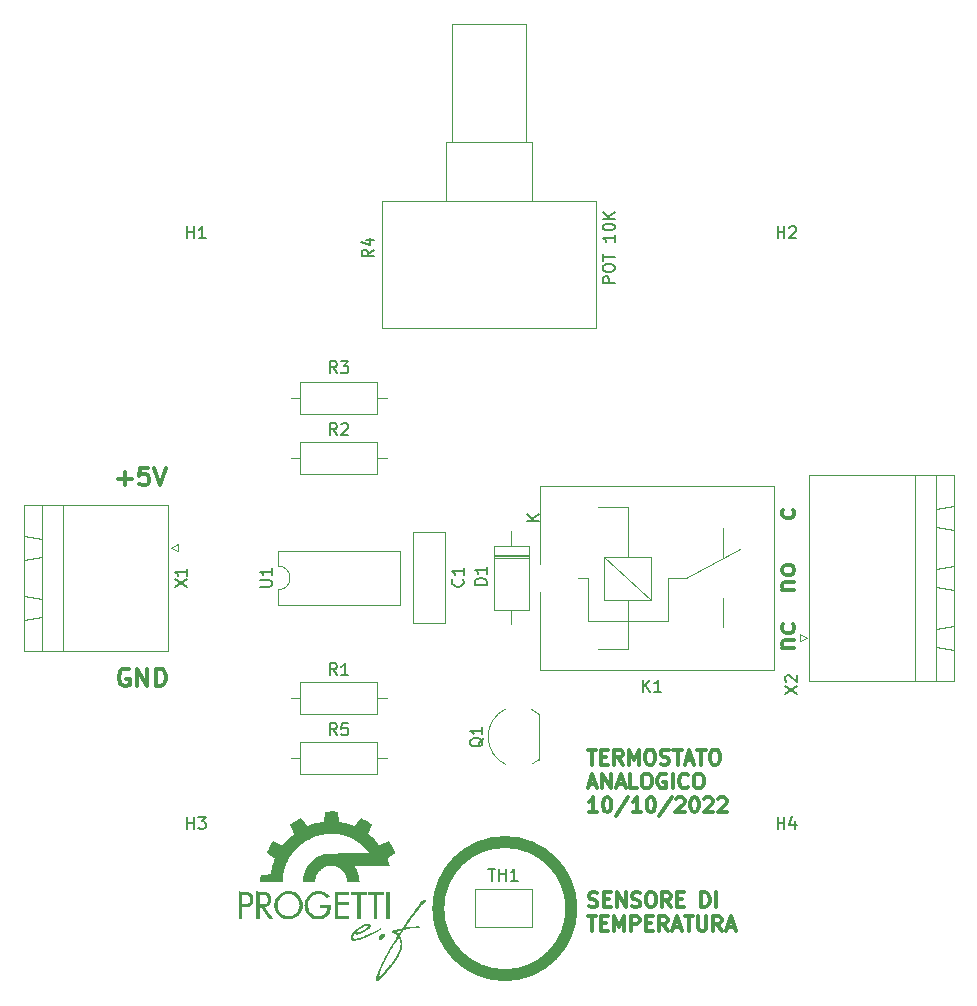
<source format=gbr>
%TF.GenerationSoftware,KiCad,Pcbnew,(6.0.5)*%
%TF.CreationDate,2022-10-10T14:26:01+02:00*%
%TF.ProjectId,termostato_kicad6,7465726d-6f73-4746-9174-6f5f6b696361,rev?*%
%TF.SameCoordinates,Original*%
%TF.FileFunction,Legend,Top*%
%TF.FilePolarity,Positive*%
%FSLAX46Y46*%
G04 Gerber Fmt 4.6, Leading zero omitted, Abs format (unit mm)*
G04 Created by KiCad (PCBNEW (6.0.5)) date 2022-10-10 14:26:01*
%MOMM*%
%LPD*%
G01*
G04 APERTURE LIST*
%ADD10C,1.000000*%
%ADD11C,0.300000*%
%ADD12C,0.312500*%
%ADD13C,0.150000*%
%ADD14C,0.120000*%
G04 APERTURE END LIST*
D10*
X151780434Y-116909566D02*
G75*
G03*
X151780434Y-116909566I-5640434J0D01*
G01*
D11*
X113387428Y-80498142D02*
X114530285Y-80498142D01*
X113958857Y-81069571D02*
X113958857Y-79926714D01*
X115958857Y-79569571D02*
X115244571Y-79569571D01*
X115173142Y-80283857D01*
X115244571Y-80212428D01*
X115387428Y-80141000D01*
X115744571Y-80141000D01*
X115887428Y-80212428D01*
X115958857Y-80283857D01*
X116030285Y-80426714D01*
X116030285Y-80783857D01*
X115958857Y-80926714D01*
X115887428Y-80998142D01*
X115744571Y-81069571D01*
X115387428Y-81069571D01*
X115244571Y-80998142D01*
X115173142Y-80926714D01*
X116458857Y-79569571D02*
X116958857Y-81069571D01*
X117458857Y-79569571D01*
D12*
X153142172Y-103461726D02*
X153856458Y-103461726D01*
X153499315Y-104711726D02*
X153499315Y-103461726D01*
X154273125Y-104056964D02*
X154689791Y-104056964D01*
X154868363Y-104711726D02*
X154273125Y-104711726D01*
X154273125Y-103461726D01*
X154868363Y-103461726D01*
X156118363Y-104711726D02*
X155701696Y-104116488D01*
X155404077Y-104711726D02*
X155404077Y-103461726D01*
X155880267Y-103461726D01*
X155999315Y-103521250D01*
X156058839Y-103580773D01*
X156118363Y-103699821D01*
X156118363Y-103878392D01*
X156058839Y-103997440D01*
X155999315Y-104056964D01*
X155880267Y-104116488D01*
X155404077Y-104116488D01*
X156654077Y-104711726D02*
X156654077Y-103461726D01*
X157070744Y-104354583D01*
X157487410Y-103461726D01*
X157487410Y-104711726D01*
X158320744Y-103461726D02*
X158558839Y-103461726D01*
X158677886Y-103521250D01*
X158796934Y-103640297D01*
X158856458Y-103878392D01*
X158856458Y-104295059D01*
X158796934Y-104533154D01*
X158677886Y-104652202D01*
X158558839Y-104711726D01*
X158320744Y-104711726D01*
X158201696Y-104652202D01*
X158082648Y-104533154D01*
X158023125Y-104295059D01*
X158023125Y-103878392D01*
X158082648Y-103640297D01*
X158201696Y-103521250D01*
X158320744Y-103461726D01*
X159332648Y-104652202D02*
X159511220Y-104711726D01*
X159808839Y-104711726D01*
X159927886Y-104652202D01*
X159987410Y-104592678D01*
X160046934Y-104473630D01*
X160046934Y-104354583D01*
X159987410Y-104235535D01*
X159927886Y-104176011D01*
X159808839Y-104116488D01*
X159570744Y-104056964D01*
X159451696Y-103997440D01*
X159392172Y-103937916D01*
X159332648Y-103818869D01*
X159332648Y-103699821D01*
X159392172Y-103580773D01*
X159451696Y-103521250D01*
X159570744Y-103461726D01*
X159868363Y-103461726D01*
X160046934Y-103521250D01*
X160404077Y-103461726D02*
X161118363Y-103461726D01*
X160761220Y-104711726D02*
X160761220Y-103461726D01*
X161475505Y-104354583D02*
X162070744Y-104354583D01*
X161356458Y-104711726D02*
X161773125Y-103461726D01*
X162189791Y-104711726D01*
X162427886Y-103461726D02*
X163142172Y-103461726D01*
X162785029Y-104711726D02*
X162785029Y-103461726D01*
X163796934Y-103461726D02*
X164035029Y-103461726D01*
X164154077Y-103521250D01*
X164273125Y-103640297D01*
X164332648Y-103878392D01*
X164332648Y-104295059D01*
X164273125Y-104533154D01*
X164154077Y-104652202D01*
X164035029Y-104711726D01*
X163796934Y-104711726D01*
X163677886Y-104652202D01*
X163558839Y-104533154D01*
X163499315Y-104295059D01*
X163499315Y-103878392D01*
X163558839Y-103640297D01*
X163677886Y-103521250D01*
X163796934Y-103461726D01*
X153261220Y-106367083D02*
X153856458Y-106367083D01*
X153142172Y-106724226D02*
X153558839Y-105474226D01*
X153975505Y-106724226D01*
X154392172Y-106724226D02*
X154392172Y-105474226D01*
X155106458Y-106724226D01*
X155106458Y-105474226D01*
X155642172Y-106367083D02*
X156237410Y-106367083D01*
X155523125Y-106724226D02*
X155939791Y-105474226D01*
X156356458Y-106724226D01*
X157368363Y-106724226D02*
X156773125Y-106724226D01*
X156773125Y-105474226D01*
X158023125Y-105474226D02*
X158261220Y-105474226D01*
X158380267Y-105533750D01*
X158499315Y-105652797D01*
X158558839Y-105890892D01*
X158558839Y-106307559D01*
X158499315Y-106545654D01*
X158380267Y-106664702D01*
X158261220Y-106724226D01*
X158023125Y-106724226D01*
X157904077Y-106664702D01*
X157785029Y-106545654D01*
X157725505Y-106307559D01*
X157725505Y-105890892D01*
X157785029Y-105652797D01*
X157904077Y-105533750D01*
X158023125Y-105474226D01*
X159749315Y-105533750D02*
X159630267Y-105474226D01*
X159451696Y-105474226D01*
X159273125Y-105533750D01*
X159154077Y-105652797D01*
X159094553Y-105771845D01*
X159035029Y-106009940D01*
X159035029Y-106188511D01*
X159094553Y-106426607D01*
X159154077Y-106545654D01*
X159273125Y-106664702D01*
X159451696Y-106724226D01*
X159570744Y-106724226D01*
X159749315Y-106664702D01*
X159808839Y-106605178D01*
X159808839Y-106188511D01*
X159570744Y-106188511D01*
X160344553Y-106724226D02*
X160344553Y-105474226D01*
X161654077Y-106605178D02*
X161594553Y-106664702D01*
X161415982Y-106724226D01*
X161296934Y-106724226D01*
X161118363Y-106664702D01*
X160999315Y-106545654D01*
X160939791Y-106426607D01*
X160880267Y-106188511D01*
X160880267Y-106009940D01*
X160939791Y-105771845D01*
X160999315Y-105652797D01*
X161118363Y-105533750D01*
X161296934Y-105474226D01*
X161415982Y-105474226D01*
X161594553Y-105533750D01*
X161654077Y-105593273D01*
X162427886Y-105474226D02*
X162665982Y-105474226D01*
X162785029Y-105533750D01*
X162904077Y-105652797D01*
X162963601Y-105890892D01*
X162963601Y-106307559D01*
X162904077Y-106545654D01*
X162785029Y-106664702D01*
X162665982Y-106724226D01*
X162427886Y-106724226D01*
X162308839Y-106664702D01*
X162189791Y-106545654D01*
X162130267Y-106307559D01*
X162130267Y-105890892D01*
X162189791Y-105652797D01*
X162308839Y-105533750D01*
X162427886Y-105474226D01*
X153975505Y-108736726D02*
X153261220Y-108736726D01*
X153618363Y-108736726D02*
X153618363Y-107486726D01*
X153499315Y-107665297D01*
X153380267Y-107784345D01*
X153261220Y-107843869D01*
X154749315Y-107486726D02*
X154868363Y-107486726D01*
X154987410Y-107546250D01*
X155046934Y-107605773D01*
X155106458Y-107724821D01*
X155165982Y-107962916D01*
X155165982Y-108260535D01*
X155106458Y-108498630D01*
X155046934Y-108617678D01*
X154987410Y-108677202D01*
X154868363Y-108736726D01*
X154749315Y-108736726D01*
X154630267Y-108677202D01*
X154570744Y-108617678D01*
X154511220Y-108498630D01*
X154451696Y-108260535D01*
X154451696Y-107962916D01*
X154511220Y-107724821D01*
X154570744Y-107605773D01*
X154630267Y-107546250D01*
X154749315Y-107486726D01*
X156594553Y-107427202D02*
X155523125Y-109034345D01*
X157665982Y-108736726D02*
X156951696Y-108736726D01*
X157308839Y-108736726D02*
X157308839Y-107486726D01*
X157189791Y-107665297D01*
X157070744Y-107784345D01*
X156951696Y-107843869D01*
X158439791Y-107486726D02*
X158558839Y-107486726D01*
X158677886Y-107546250D01*
X158737410Y-107605773D01*
X158796934Y-107724821D01*
X158856458Y-107962916D01*
X158856458Y-108260535D01*
X158796934Y-108498630D01*
X158737410Y-108617678D01*
X158677886Y-108677202D01*
X158558839Y-108736726D01*
X158439791Y-108736726D01*
X158320744Y-108677202D01*
X158261220Y-108617678D01*
X158201696Y-108498630D01*
X158142172Y-108260535D01*
X158142172Y-107962916D01*
X158201696Y-107724821D01*
X158261220Y-107605773D01*
X158320744Y-107546250D01*
X158439791Y-107486726D01*
X160285029Y-107427202D02*
X159213601Y-109034345D01*
X160642172Y-107605773D02*
X160701696Y-107546250D01*
X160820744Y-107486726D01*
X161118363Y-107486726D01*
X161237410Y-107546250D01*
X161296934Y-107605773D01*
X161356458Y-107724821D01*
X161356458Y-107843869D01*
X161296934Y-108022440D01*
X160582648Y-108736726D01*
X161356458Y-108736726D01*
X162130267Y-107486726D02*
X162249315Y-107486726D01*
X162368363Y-107546250D01*
X162427886Y-107605773D01*
X162487410Y-107724821D01*
X162546934Y-107962916D01*
X162546934Y-108260535D01*
X162487410Y-108498630D01*
X162427886Y-108617678D01*
X162368363Y-108677202D01*
X162249315Y-108736726D01*
X162130267Y-108736726D01*
X162011220Y-108677202D01*
X161951696Y-108617678D01*
X161892172Y-108498630D01*
X161832648Y-108260535D01*
X161832648Y-107962916D01*
X161892172Y-107724821D01*
X161951696Y-107605773D01*
X162011220Y-107546250D01*
X162130267Y-107486726D01*
X163023125Y-107605773D02*
X163082648Y-107546250D01*
X163201696Y-107486726D01*
X163499315Y-107486726D01*
X163618363Y-107546250D01*
X163677886Y-107605773D01*
X163737410Y-107724821D01*
X163737410Y-107843869D01*
X163677886Y-108022440D01*
X162963601Y-108736726D01*
X163737410Y-108736726D01*
X164213601Y-107605773D02*
X164273125Y-107546250D01*
X164392172Y-107486726D01*
X164689791Y-107486726D01*
X164808839Y-107546250D01*
X164868363Y-107605773D01*
X164927886Y-107724821D01*
X164927886Y-107843869D01*
X164868363Y-108022440D01*
X164154077Y-108736726D01*
X164927886Y-108736726D01*
X153261220Y-116727202D02*
X153439791Y-116786726D01*
X153737410Y-116786726D01*
X153856458Y-116727202D01*
X153915982Y-116667678D01*
X153975505Y-116548630D01*
X153975505Y-116429583D01*
X153915982Y-116310535D01*
X153856458Y-116251011D01*
X153737410Y-116191488D01*
X153499315Y-116131964D01*
X153380267Y-116072440D01*
X153320744Y-116012916D01*
X153261220Y-115893869D01*
X153261220Y-115774821D01*
X153320744Y-115655773D01*
X153380267Y-115596250D01*
X153499315Y-115536726D01*
X153796934Y-115536726D01*
X153975505Y-115596250D01*
X154511220Y-116131964D02*
X154927886Y-116131964D01*
X155106458Y-116786726D02*
X154511220Y-116786726D01*
X154511220Y-115536726D01*
X155106458Y-115536726D01*
X155642172Y-116786726D02*
X155642172Y-115536726D01*
X156356458Y-116786726D01*
X156356458Y-115536726D01*
X156892172Y-116727202D02*
X157070744Y-116786726D01*
X157368363Y-116786726D01*
X157487410Y-116727202D01*
X157546934Y-116667678D01*
X157606458Y-116548630D01*
X157606458Y-116429583D01*
X157546934Y-116310535D01*
X157487410Y-116251011D01*
X157368363Y-116191488D01*
X157130267Y-116131964D01*
X157011220Y-116072440D01*
X156951696Y-116012916D01*
X156892172Y-115893869D01*
X156892172Y-115774821D01*
X156951696Y-115655773D01*
X157011220Y-115596250D01*
X157130267Y-115536726D01*
X157427886Y-115536726D01*
X157606458Y-115596250D01*
X158380267Y-115536726D02*
X158618363Y-115536726D01*
X158737410Y-115596250D01*
X158856458Y-115715297D01*
X158915982Y-115953392D01*
X158915982Y-116370059D01*
X158856458Y-116608154D01*
X158737410Y-116727202D01*
X158618363Y-116786726D01*
X158380267Y-116786726D01*
X158261220Y-116727202D01*
X158142172Y-116608154D01*
X158082648Y-116370059D01*
X158082648Y-115953392D01*
X158142172Y-115715297D01*
X158261220Y-115596250D01*
X158380267Y-115536726D01*
X160165982Y-116786726D02*
X159749315Y-116191488D01*
X159451696Y-116786726D02*
X159451696Y-115536726D01*
X159927886Y-115536726D01*
X160046934Y-115596250D01*
X160106458Y-115655773D01*
X160165982Y-115774821D01*
X160165982Y-115953392D01*
X160106458Y-116072440D01*
X160046934Y-116131964D01*
X159927886Y-116191488D01*
X159451696Y-116191488D01*
X160701696Y-116131964D02*
X161118363Y-116131964D01*
X161296934Y-116786726D02*
X160701696Y-116786726D01*
X160701696Y-115536726D01*
X161296934Y-115536726D01*
X162785029Y-116786726D02*
X162785029Y-115536726D01*
X163082648Y-115536726D01*
X163261220Y-115596250D01*
X163380267Y-115715297D01*
X163439791Y-115834345D01*
X163499315Y-116072440D01*
X163499315Y-116251011D01*
X163439791Y-116489107D01*
X163380267Y-116608154D01*
X163261220Y-116727202D01*
X163082648Y-116786726D01*
X162785029Y-116786726D01*
X164035029Y-116786726D02*
X164035029Y-115536726D01*
X153142172Y-117549226D02*
X153856458Y-117549226D01*
X153499315Y-118799226D02*
X153499315Y-117549226D01*
X154273125Y-118144464D02*
X154689791Y-118144464D01*
X154868363Y-118799226D02*
X154273125Y-118799226D01*
X154273125Y-117549226D01*
X154868363Y-117549226D01*
X155404077Y-118799226D02*
X155404077Y-117549226D01*
X155820744Y-118442083D01*
X156237410Y-117549226D01*
X156237410Y-118799226D01*
X156832648Y-118799226D02*
X156832648Y-117549226D01*
X157308839Y-117549226D01*
X157427886Y-117608750D01*
X157487410Y-117668273D01*
X157546934Y-117787321D01*
X157546934Y-117965892D01*
X157487410Y-118084940D01*
X157427886Y-118144464D01*
X157308839Y-118203988D01*
X156832648Y-118203988D01*
X158082648Y-118144464D02*
X158499315Y-118144464D01*
X158677886Y-118799226D02*
X158082648Y-118799226D01*
X158082648Y-117549226D01*
X158677886Y-117549226D01*
X159927886Y-118799226D02*
X159511220Y-118203988D01*
X159213601Y-118799226D02*
X159213601Y-117549226D01*
X159689791Y-117549226D01*
X159808839Y-117608750D01*
X159868363Y-117668273D01*
X159927886Y-117787321D01*
X159927886Y-117965892D01*
X159868363Y-118084940D01*
X159808839Y-118144464D01*
X159689791Y-118203988D01*
X159213601Y-118203988D01*
X160404077Y-118442083D02*
X160999315Y-118442083D01*
X160285029Y-118799226D02*
X160701696Y-117549226D01*
X161118363Y-118799226D01*
X161356458Y-117549226D02*
X162070744Y-117549226D01*
X161713601Y-118799226D02*
X161713601Y-117549226D01*
X162487410Y-117549226D02*
X162487410Y-118561130D01*
X162546934Y-118680178D01*
X162606458Y-118739702D01*
X162725505Y-118799226D01*
X162963601Y-118799226D01*
X163082648Y-118739702D01*
X163142172Y-118680178D01*
X163201696Y-118561130D01*
X163201696Y-117549226D01*
X164511220Y-118799226D02*
X164094553Y-118203988D01*
X163796934Y-118799226D02*
X163796934Y-117549226D01*
X164273125Y-117549226D01*
X164392172Y-117608750D01*
X164451696Y-117668273D01*
X164511220Y-117787321D01*
X164511220Y-117965892D01*
X164451696Y-118084940D01*
X164392172Y-118144464D01*
X164273125Y-118203988D01*
X163796934Y-118203988D01*
X164987410Y-118442083D02*
X165582648Y-118442083D01*
X164868363Y-118799226D02*
X165285029Y-117549226D01*
X165701696Y-118799226D01*
D11*
X169638571Y-94841428D02*
X170638571Y-94841428D01*
X169781428Y-94841428D02*
X169710000Y-94770000D01*
X169638571Y-94627142D01*
X169638571Y-94412857D01*
X169710000Y-94270000D01*
X169852857Y-94198571D01*
X170638571Y-94198571D01*
X170567142Y-92841428D02*
X170638571Y-92984285D01*
X170638571Y-93270000D01*
X170567142Y-93412857D01*
X170495714Y-93484285D01*
X170352857Y-93555714D01*
X169924285Y-93555714D01*
X169781428Y-93484285D01*
X169710000Y-93412857D01*
X169638571Y-93270000D01*
X169638571Y-92984285D01*
X169710000Y-92841428D01*
X169638571Y-89912857D02*
X170638571Y-89912857D01*
X169781428Y-89912857D02*
X169710000Y-89841428D01*
X169638571Y-89698571D01*
X169638571Y-89484285D01*
X169710000Y-89341428D01*
X169852857Y-89270000D01*
X170638571Y-89270000D01*
X170638571Y-88341428D02*
X170567142Y-88484285D01*
X170495714Y-88555714D01*
X170352857Y-88627142D01*
X169924285Y-88627142D01*
X169781428Y-88555714D01*
X169710000Y-88484285D01*
X169638571Y-88341428D01*
X169638571Y-88127142D01*
X169710000Y-87984285D01*
X169781428Y-87912857D01*
X169924285Y-87841428D01*
X170352857Y-87841428D01*
X170495714Y-87912857D01*
X170567142Y-87984285D01*
X170638571Y-88127142D01*
X170638571Y-88341428D01*
X170567142Y-83127142D02*
X170638571Y-83270000D01*
X170638571Y-83555714D01*
X170567142Y-83698571D01*
X170495714Y-83770000D01*
X170352857Y-83841428D01*
X169924285Y-83841428D01*
X169781428Y-83770000D01*
X169710000Y-83698571D01*
X169638571Y-83555714D01*
X169638571Y-83270000D01*
X169710000Y-83127142D01*
X114300142Y-96659000D02*
X114157285Y-96587571D01*
X113943000Y-96587571D01*
X113728714Y-96659000D01*
X113585857Y-96801857D01*
X113514428Y-96944714D01*
X113443000Y-97230428D01*
X113443000Y-97444714D01*
X113514428Y-97730428D01*
X113585857Y-97873285D01*
X113728714Y-98016142D01*
X113943000Y-98087571D01*
X114085857Y-98087571D01*
X114300142Y-98016142D01*
X114371571Y-97944714D01*
X114371571Y-97444714D01*
X114085857Y-97444714D01*
X115014428Y-98087571D02*
X115014428Y-96587571D01*
X115871571Y-98087571D01*
X115871571Y-96587571D01*
X116585857Y-98087571D02*
X116585857Y-96587571D01*
X116943000Y-96587571D01*
X117157285Y-96659000D01*
X117300142Y-96801857D01*
X117371571Y-96944714D01*
X117443000Y-97230428D01*
X117443000Y-97444714D01*
X117371571Y-97730428D01*
X117300142Y-97873285D01*
X117157285Y-98016142D01*
X116943000Y-98087571D01*
X116585857Y-98087571D01*
D13*
%TO.C,X2*%
X169882380Y-98709523D02*
X170882380Y-98042857D01*
X169882380Y-98042857D02*
X170882380Y-98709523D01*
X169977619Y-97709523D02*
X169930000Y-97661904D01*
X169882380Y-97566666D01*
X169882380Y-97328571D01*
X169930000Y-97233333D01*
X169977619Y-97185714D01*
X170072857Y-97138095D01*
X170168095Y-97138095D01*
X170310952Y-97185714D01*
X170882380Y-97757142D01*
X170882380Y-97138095D01*
%TO.C,H1*%
X119238095Y-60152380D02*
X119238095Y-59152380D01*
X119238095Y-59628571D02*
X119809523Y-59628571D01*
X119809523Y-60152380D02*
X119809523Y-59152380D01*
X120809523Y-60152380D02*
X120238095Y-60152380D01*
X120523809Y-60152380D02*
X120523809Y-59152380D01*
X120428571Y-59295238D01*
X120333333Y-59390476D01*
X120238095Y-59438095D01*
%TO.C,X1*%
X118189880Y-89709523D02*
X119189880Y-89042857D01*
X118189880Y-89042857D02*
X119189880Y-89709523D01*
X119189880Y-88138095D02*
X119189880Y-88709523D01*
X119189880Y-88423809D02*
X118189880Y-88423809D01*
X118332738Y-88519047D01*
X118427976Y-88614285D01*
X118475595Y-88709523D01*
%TO.C,U1*%
X125402380Y-89676904D02*
X126211904Y-89676904D01*
X126307142Y-89629285D01*
X126354761Y-89581666D01*
X126402380Y-89486428D01*
X126402380Y-89295952D01*
X126354761Y-89200714D01*
X126307142Y-89153095D01*
X126211904Y-89105476D01*
X125402380Y-89105476D01*
X126402380Y-88105476D02*
X126402380Y-88676904D01*
X126402380Y-88391190D02*
X125402380Y-88391190D01*
X125545238Y-88486428D01*
X125640476Y-88581666D01*
X125688095Y-88676904D01*
%TO.C,H2*%
X169238095Y-60152380D02*
X169238095Y-59152380D01*
X169238095Y-59628571D02*
X169809523Y-59628571D01*
X169809523Y-60152380D02*
X169809523Y-59152380D01*
X170238095Y-59247619D02*
X170285714Y-59200000D01*
X170380952Y-59152380D01*
X170619047Y-59152380D01*
X170714285Y-59200000D01*
X170761904Y-59247619D01*
X170809523Y-59342857D01*
X170809523Y-59438095D01*
X170761904Y-59580952D01*
X170190476Y-60152380D01*
X170809523Y-60152380D01*
%TO.C,R3*%
X131913333Y-71572380D02*
X131580000Y-71096190D01*
X131341904Y-71572380D02*
X131341904Y-70572380D01*
X131722857Y-70572380D01*
X131818095Y-70620000D01*
X131865714Y-70667619D01*
X131913333Y-70762857D01*
X131913333Y-70905714D01*
X131865714Y-71000952D01*
X131818095Y-71048571D01*
X131722857Y-71096190D01*
X131341904Y-71096190D01*
X132246666Y-70572380D02*
X132865714Y-70572380D01*
X132532380Y-70953333D01*
X132675238Y-70953333D01*
X132770476Y-71000952D01*
X132818095Y-71048571D01*
X132865714Y-71143809D01*
X132865714Y-71381904D01*
X132818095Y-71477142D01*
X132770476Y-71524761D01*
X132675238Y-71572380D01*
X132389523Y-71572380D01*
X132294285Y-71524761D01*
X132246666Y-71477142D01*
%TO.C,R5*%
X131913333Y-102222380D02*
X131580000Y-101746190D01*
X131341904Y-102222380D02*
X131341904Y-101222380D01*
X131722857Y-101222380D01*
X131818095Y-101270000D01*
X131865714Y-101317619D01*
X131913333Y-101412857D01*
X131913333Y-101555714D01*
X131865714Y-101650952D01*
X131818095Y-101698571D01*
X131722857Y-101746190D01*
X131341904Y-101746190D01*
X132818095Y-101222380D02*
X132341904Y-101222380D01*
X132294285Y-101698571D01*
X132341904Y-101650952D01*
X132437142Y-101603333D01*
X132675238Y-101603333D01*
X132770476Y-101650952D01*
X132818095Y-101698571D01*
X132865714Y-101793809D01*
X132865714Y-102031904D01*
X132818095Y-102127142D01*
X132770476Y-102174761D01*
X132675238Y-102222380D01*
X132437142Y-102222380D01*
X132341904Y-102174761D01*
X132294285Y-102127142D01*
%TO.C,K1*%
X157856904Y-98552380D02*
X157856904Y-97552380D01*
X158428333Y-98552380D02*
X157999761Y-97980952D01*
X158428333Y-97552380D02*
X157856904Y-98123809D01*
X159380714Y-98552380D02*
X158809285Y-98552380D01*
X159095000Y-98552380D02*
X159095000Y-97552380D01*
X158999761Y-97695238D01*
X158904523Y-97790476D01*
X158809285Y-97838095D01*
%TO.C,D1*%
X144597380Y-89511095D02*
X143597380Y-89511095D01*
X143597380Y-89273000D01*
X143645000Y-89130142D01*
X143740238Y-89034904D01*
X143835476Y-88987285D01*
X144025952Y-88939666D01*
X144168809Y-88939666D01*
X144359285Y-88987285D01*
X144454523Y-89034904D01*
X144549761Y-89130142D01*
X144597380Y-89273000D01*
X144597380Y-89511095D01*
X144597380Y-87987285D02*
X144597380Y-88558714D01*
X144597380Y-88273000D02*
X143597380Y-88273000D01*
X143740238Y-88368238D01*
X143835476Y-88463476D01*
X143883095Y-88558714D01*
X149037380Y-84081904D02*
X148037380Y-84081904D01*
X149037380Y-83510476D02*
X148465952Y-83939047D01*
X148037380Y-83510476D02*
X148608809Y-84081904D01*
%TO.C,H3*%
X119238095Y-110152380D02*
X119238095Y-109152380D01*
X119238095Y-109628571D02*
X119809523Y-109628571D01*
X119809523Y-110152380D02*
X119809523Y-109152380D01*
X120190476Y-109152380D02*
X120809523Y-109152380D01*
X120476190Y-109533333D01*
X120619047Y-109533333D01*
X120714285Y-109580952D01*
X120761904Y-109628571D01*
X120809523Y-109723809D01*
X120809523Y-109961904D01*
X120761904Y-110057142D01*
X120714285Y-110104761D01*
X120619047Y-110152380D01*
X120333333Y-110152380D01*
X120238095Y-110104761D01*
X120190476Y-110057142D01*
%TO.C,R4*%
X135032380Y-61126666D02*
X134556190Y-61460000D01*
X135032380Y-61698095D02*
X134032380Y-61698095D01*
X134032380Y-61317142D01*
X134080000Y-61221904D01*
X134127619Y-61174285D01*
X134222857Y-61126666D01*
X134365714Y-61126666D01*
X134460952Y-61174285D01*
X134508571Y-61221904D01*
X134556190Y-61317142D01*
X134556190Y-61698095D01*
X134365714Y-60269523D02*
X135032380Y-60269523D01*
X133984761Y-60507619D02*
X134699047Y-60745714D01*
X134699047Y-60126666D01*
X155432381Y-63960000D02*
X154432381Y-63960000D01*
X154432381Y-63579047D01*
X154480001Y-63483809D01*
X154527620Y-63436190D01*
X154622858Y-63388571D01*
X154765715Y-63388571D01*
X154860953Y-63436190D01*
X154908572Y-63483809D01*
X154956191Y-63579047D01*
X154956191Y-63960000D01*
X154432381Y-62769523D02*
X154432381Y-62579047D01*
X154480001Y-62483809D01*
X154575239Y-62388571D01*
X154765715Y-62340952D01*
X155099048Y-62340952D01*
X155289524Y-62388571D01*
X155384762Y-62483809D01*
X155432381Y-62579047D01*
X155432381Y-62769523D01*
X155384762Y-62864761D01*
X155289524Y-62960000D01*
X155099048Y-63007619D01*
X154765715Y-63007619D01*
X154575239Y-62960000D01*
X154480001Y-62864761D01*
X154432381Y-62769523D01*
X154432381Y-62055238D02*
X154432381Y-61483809D01*
X155432381Y-61769523D02*
X154432381Y-61769523D01*
X155432381Y-59864761D02*
X155432381Y-60436190D01*
X155432381Y-60150476D02*
X154432381Y-60150476D01*
X154575239Y-60245714D01*
X154670477Y-60340952D01*
X154718096Y-60436190D01*
X154432381Y-59245714D02*
X154432381Y-59150476D01*
X154480001Y-59055238D01*
X154527620Y-59007619D01*
X154622858Y-58960000D01*
X154813334Y-58912380D01*
X155051429Y-58912380D01*
X155241905Y-58960000D01*
X155337143Y-59007619D01*
X155384762Y-59055238D01*
X155432381Y-59150476D01*
X155432381Y-59245714D01*
X155384762Y-59340952D01*
X155337143Y-59388571D01*
X155241905Y-59436190D01*
X155051429Y-59483809D01*
X154813334Y-59483809D01*
X154622858Y-59436190D01*
X154527620Y-59388571D01*
X154480001Y-59340952D01*
X154432381Y-59245714D01*
X155432381Y-58483809D02*
X154432381Y-58483809D01*
X155432381Y-57912380D02*
X154860953Y-58340952D01*
X154432381Y-57912380D02*
X155003810Y-58483809D01*
%TO.C,TH1*%
X144744285Y-113542380D02*
X145315714Y-113542380D01*
X145030000Y-114542380D02*
X145030000Y-113542380D01*
X145649047Y-114542380D02*
X145649047Y-113542380D01*
X145649047Y-114018571D02*
X146220476Y-114018571D01*
X146220476Y-114542380D02*
X146220476Y-113542380D01*
X147220476Y-114542380D02*
X146649047Y-114542380D01*
X146934761Y-114542380D02*
X146934761Y-113542380D01*
X146839523Y-113685238D01*
X146744285Y-113780476D01*
X146649047Y-113828095D01*
%TO.C,H4*%
X169238095Y-110152380D02*
X169238095Y-109152380D01*
X169238095Y-109628571D02*
X169809523Y-109628571D01*
X169809523Y-110152380D02*
X169809523Y-109152380D01*
X170714285Y-109485714D02*
X170714285Y-110152380D01*
X170476190Y-109104761D02*
X170238095Y-109819047D01*
X170857142Y-109819047D01*
%TO.C,R2*%
X131913333Y-76822380D02*
X131580000Y-76346190D01*
X131341904Y-76822380D02*
X131341904Y-75822380D01*
X131722857Y-75822380D01*
X131818095Y-75870000D01*
X131865714Y-75917619D01*
X131913333Y-76012857D01*
X131913333Y-76155714D01*
X131865714Y-76250952D01*
X131818095Y-76298571D01*
X131722857Y-76346190D01*
X131341904Y-76346190D01*
X132294285Y-75917619D02*
X132341904Y-75870000D01*
X132437142Y-75822380D01*
X132675238Y-75822380D01*
X132770476Y-75870000D01*
X132818095Y-75917619D01*
X132865714Y-76012857D01*
X132865714Y-76108095D01*
X132818095Y-76250952D01*
X132246666Y-76822380D01*
X132865714Y-76822380D01*
%TO.C,R1*%
X131913333Y-97142380D02*
X131580000Y-96666190D01*
X131341904Y-97142380D02*
X131341904Y-96142380D01*
X131722857Y-96142380D01*
X131818095Y-96190000D01*
X131865714Y-96237619D01*
X131913333Y-96332857D01*
X131913333Y-96475714D01*
X131865714Y-96570952D01*
X131818095Y-96618571D01*
X131722857Y-96666190D01*
X131341904Y-96666190D01*
X132865714Y-97142380D02*
X132294285Y-97142380D01*
X132580000Y-97142380D02*
X132580000Y-96142380D01*
X132484761Y-96285238D01*
X132389523Y-96380476D01*
X132294285Y-96428095D01*
%TO.C,C1*%
X142557142Y-89026666D02*
X142604761Y-89074285D01*
X142652380Y-89217142D01*
X142652380Y-89312380D01*
X142604761Y-89455238D01*
X142509523Y-89550476D01*
X142414285Y-89598095D01*
X142223809Y-89645714D01*
X142080952Y-89645714D01*
X141890476Y-89598095D01*
X141795238Y-89550476D01*
X141700000Y-89455238D01*
X141652380Y-89312380D01*
X141652380Y-89217142D01*
X141700000Y-89074285D01*
X141747619Y-89026666D01*
X142652380Y-88074285D02*
X142652380Y-88645714D01*
X142652380Y-88360000D02*
X141652380Y-88360000D01*
X141795238Y-88455238D01*
X141890476Y-88550476D01*
X141938095Y-88645714D01*
%TO.C,Q1*%
X144307619Y-102457238D02*
X144260000Y-102552476D01*
X144164761Y-102647714D01*
X144021904Y-102790571D01*
X143974285Y-102885809D01*
X143974285Y-102981047D01*
X144212380Y-102933428D02*
X144164761Y-103028666D01*
X144069523Y-103123904D01*
X143879047Y-103171523D01*
X143545714Y-103171523D01*
X143355238Y-103123904D01*
X143260000Y-103028666D01*
X143212380Y-102933428D01*
X143212380Y-102742952D01*
X143260000Y-102647714D01*
X143355238Y-102552476D01*
X143545714Y-102504857D01*
X143879047Y-102504857D01*
X144069523Y-102552476D01*
X144164761Y-102647714D01*
X144212380Y-102742952D01*
X144212380Y-102933428D01*
X144212380Y-101552476D02*
X144212380Y-102123904D01*
X144212380Y-101838190D02*
X143212380Y-101838190D01*
X143355238Y-101933428D01*
X143450476Y-102028666D01*
X143498095Y-102123904D01*
%TO.C,G\u002A\u002A\u002A*%
G36*
X135897908Y-115723137D02*
G01*
X135355923Y-115723137D01*
X135348975Y-117776553D01*
X135203271Y-117780400D01*
X135057566Y-117784247D01*
X135057566Y-115723137D01*
X134515411Y-115723137D01*
X134515411Y-115465613D01*
X135897908Y-115465613D01*
X135897908Y-115723137D01*
G37*
G36*
X130512037Y-115426730D02*
G01*
X130637282Y-115450481D01*
X130761779Y-115484861D01*
X130877924Y-115528162D01*
X130960722Y-115568639D01*
X131023677Y-115607364D01*
X131091836Y-115655157D01*
X131158787Y-115706947D01*
X131218116Y-115757660D01*
X131263410Y-115802226D01*
X131277983Y-115819549D01*
X131313820Y-115866658D01*
X131214568Y-115957625D01*
X131115316Y-116048593D01*
X131013004Y-115947601D01*
X130894197Y-115848346D01*
X130762358Y-115770959D01*
X130620938Y-115716887D01*
X130473386Y-115687578D01*
X130380793Y-115682476D01*
X130225885Y-115695218D01*
X130079984Y-115732105D01*
X129944971Y-115791127D01*
X129822726Y-115870275D01*
X129715128Y-115967539D01*
X129624059Y-116080911D01*
X129551398Y-116208381D01*
X129499026Y-116347938D01*
X129468823Y-116497575D01*
X129462668Y-116655281D01*
X129463024Y-116663303D01*
X129481979Y-116810549D01*
X129522800Y-116950249D01*
X129583192Y-117080478D01*
X129660862Y-117199307D01*
X129753517Y-117304811D01*
X129858863Y-117395061D01*
X129974608Y-117468131D01*
X130098457Y-117522095D01*
X130228117Y-117555025D01*
X130361295Y-117564994D01*
X130495697Y-117550075D01*
X130513671Y-117546082D01*
X130613668Y-117513617D01*
X130718189Y-117464252D01*
X130816436Y-117403445D01*
X130857825Y-117372098D01*
X130924148Y-117308300D01*
X130985573Y-117231146D01*
X131038642Y-117146743D01*
X131079899Y-117061202D01*
X131105885Y-116980633D01*
X131113383Y-116920535D01*
X131113383Y-116875219D01*
X130517012Y-116875219D01*
X130517012Y-116617695D01*
X131442818Y-116617695D01*
X131434385Y-116763399D01*
X131413183Y-116943795D01*
X131370925Y-117107971D01*
X131306795Y-117257735D01*
X131219979Y-117394899D01*
X131109663Y-117521272D01*
X131080599Y-117549264D01*
X130978065Y-117631244D01*
X130858636Y-117703967D01*
X130732267Y-117761909D01*
X130645774Y-117790509D01*
X130578467Y-117803689D01*
X130492606Y-117812948D01*
X130396485Y-117818107D01*
X130298398Y-117818984D01*
X130206639Y-117815400D01*
X130129501Y-117807172D01*
X130103618Y-117802324D01*
X129938065Y-117751739D01*
X129782318Y-117676041D01*
X129637132Y-117575673D01*
X129505350Y-117453298D01*
X129388011Y-117310250D01*
X129295870Y-117157229D01*
X129228891Y-116994166D01*
X129194650Y-116862768D01*
X129179548Y-116750222D01*
X129175361Y-116625699D01*
X129181637Y-116498672D01*
X129197925Y-116378616D01*
X129222518Y-116278847D01*
X129281822Y-116123167D01*
X129354523Y-115986373D01*
X129444732Y-115861881D01*
X129556563Y-115743109D01*
X129558179Y-115741572D01*
X129689343Y-115632872D01*
X129831093Y-115546743D01*
X129985916Y-115482087D01*
X130156296Y-115437801D01*
X130289717Y-115417943D01*
X130393648Y-115415314D01*
X130512037Y-115426730D01*
G37*
G36*
X136409644Y-116621083D02*
G01*
X136406179Y-117776553D01*
X136260475Y-117780400D01*
X136114770Y-117784247D01*
X136114770Y-115465613D01*
X136413108Y-115465613D01*
X136409644Y-116621083D01*
G37*
G36*
X135528678Y-119206861D02*
G01*
X135561708Y-119165526D01*
X135597323Y-119136963D01*
X135682520Y-119090996D01*
X135779538Y-119063676D01*
X135851834Y-119057396D01*
X135913909Y-119061333D01*
X135956110Y-119075346D01*
X135984811Y-119102735D01*
X136001730Y-119135041D01*
X136011074Y-119159492D01*
X136013385Y-119179188D01*
X136006571Y-119200968D01*
X135988540Y-119231672D01*
X135958571Y-119276132D01*
X135909402Y-119338050D01*
X135849995Y-119397119D01*
X135784199Y-119451083D01*
X135715865Y-119497688D01*
X135648841Y-119534679D01*
X135586977Y-119559802D01*
X135534124Y-119570801D01*
X135494129Y-119565422D01*
X135480448Y-119556179D01*
X135466563Y-119525853D01*
X135466202Y-119485032D01*
X135478625Y-119446274D01*
X135487661Y-119433428D01*
X135502108Y-119408043D01*
X135508670Y-119368805D01*
X135509217Y-119323946D01*
X135512496Y-119257196D01*
X135642117Y-119257196D01*
X135649487Y-119260138D01*
X135674269Y-119254286D01*
X135725029Y-119245309D01*
X135760020Y-119248815D01*
X135773859Y-119261288D01*
X135783337Y-119269886D01*
X135795575Y-119256577D01*
X135807337Y-119225890D01*
X135811392Y-119208734D01*
X135815905Y-119179017D01*
X135808936Y-119169248D01*
X135784839Y-119172905D01*
X135781150Y-119173786D01*
X135719153Y-119195343D01*
X135669778Y-119225314D01*
X135652951Y-119241728D01*
X135642117Y-119257196D01*
X135512496Y-119257196D01*
X135512514Y-119256838D01*
X135528678Y-119206861D01*
G37*
G36*
X131639249Y-108689342D02*
G01*
X131746301Y-108690026D01*
X131830547Y-108691382D01*
X131894135Y-108693484D01*
X131939215Y-108696405D01*
X131967934Y-108700220D01*
X131982442Y-108705001D01*
X131983286Y-108705608D01*
X131995984Y-108718830D01*
X132007002Y-108738467D01*
X132016857Y-108767373D01*
X132026070Y-108808401D01*
X132035159Y-108864403D01*
X132044643Y-108938232D01*
X132055042Y-109032741D01*
X132066875Y-109150782D01*
X132069796Y-109180957D01*
X132079265Y-109277795D01*
X132088106Y-109365438D01*
X132095942Y-109440372D01*
X132102396Y-109499081D01*
X132107093Y-109538050D01*
X132109654Y-109553764D01*
X132109735Y-109553894D01*
X132123965Y-109557643D01*
X132160101Y-109564882D01*
X132213299Y-109574698D01*
X132278716Y-109586183D01*
X132308422Y-109591243D01*
X132509029Y-109629818D01*
X132717991Y-109678626D01*
X132927269Y-109735421D01*
X133128819Y-109797959D01*
X133314600Y-109863996D01*
X133384306Y-109891545D01*
X133452722Y-109919513D01*
X133662161Y-109626296D01*
X133735430Y-109523952D01*
X133794915Y-109441623D01*
X133842427Y-109377152D01*
X133879777Y-109328382D01*
X133908775Y-109293155D01*
X133931232Y-109269314D01*
X133948960Y-109254702D01*
X133963769Y-109247161D01*
X133977470Y-109244534D01*
X133982745Y-109244375D01*
X134003577Y-109251092D01*
X134044074Y-109269988D01*
X134100984Y-109299182D01*
X134171058Y-109336793D01*
X134251045Y-109380940D01*
X134337695Y-109429741D01*
X134427756Y-109481316D01*
X134517979Y-109533782D01*
X134605114Y-109585260D01*
X134685909Y-109633868D01*
X134757115Y-109677725D01*
X134815480Y-109714949D01*
X134857756Y-109743660D01*
X134880690Y-109761976D01*
X134883630Y-109765757D01*
X134888068Y-109783964D01*
X134886731Y-109809349D01*
X134878731Y-109844343D01*
X134863180Y-109891375D01*
X134839189Y-109952874D01*
X134805869Y-110031272D01*
X134762334Y-110128996D01*
X134707693Y-110248479D01*
X134705081Y-110254141D01*
X134661515Y-110350181D01*
X134626135Y-110431537D01*
X134599840Y-110495974D01*
X134583530Y-110541260D01*
X134578104Y-110565163D01*
X134578725Y-110567819D01*
X134592620Y-110581481D01*
X134623572Y-110608994D01*
X134667697Y-110646994D01*
X134721111Y-110692118D01*
X134753140Y-110718838D01*
X134890699Y-110837462D01*
X135024079Y-110961883D01*
X135157160Y-111096084D01*
X135293823Y-111244051D01*
X135437949Y-111409768D01*
X135511622Y-111497633D01*
X135552284Y-111546635D01*
X135918239Y-111378964D01*
X136011530Y-111336511D01*
X136097473Y-111297956D01*
X136172811Y-111264717D01*
X136234290Y-111238209D01*
X136278655Y-111219849D01*
X136302650Y-111211053D01*
X136305378Y-111210492D01*
X136332609Y-111221740D01*
X136368548Y-111255724D01*
X136411182Y-111310282D01*
X136443444Y-111358783D01*
X136471937Y-111405236D01*
X136508173Y-111466170D01*
X136550233Y-111538175D01*
X136596193Y-111617840D01*
X136644131Y-111701755D01*
X136692128Y-111786511D01*
X136738260Y-111868697D01*
X136780605Y-111944904D01*
X136817243Y-112011721D01*
X136846252Y-112065737D01*
X136865709Y-112103544D01*
X136873693Y-112121731D01*
X136873788Y-112122428D01*
X136870341Y-112138726D01*
X136858606Y-112158103D01*
X136836497Y-112182325D01*
X136801925Y-112213158D01*
X136752805Y-112252365D01*
X136687047Y-112301713D01*
X136602566Y-112362967D01*
X136518641Y-112422760D01*
X136438726Y-112479474D01*
X136365905Y-112531284D01*
X136303159Y-112576059D01*
X136253466Y-112611671D01*
X136219807Y-112635988D01*
X136205159Y-112646880D01*
X136204990Y-112647025D01*
X136205207Y-112662776D01*
X136214020Y-112698577D01*
X136229947Y-112749313D01*
X136251506Y-112809870D01*
X136254485Y-112817774D01*
X136282036Y-112892444D01*
X136309887Y-112971446D01*
X136336484Y-113049971D01*
X136360272Y-113123209D01*
X136379695Y-113186353D01*
X136393200Y-113234593D01*
X136399230Y-113263120D01*
X136399402Y-113265955D01*
X136395041Y-113268774D01*
X136381080Y-113271289D01*
X136356199Y-113273517D01*
X136319081Y-113275471D01*
X136268407Y-113277168D01*
X136202859Y-113278624D01*
X136121118Y-113279853D01*
X136021867Y-113280872D01*
X135903787Y-113281696D01*
X135765559Y-113282340D01*
X135605865Y-113282820D01*
X135423387Y-113283152D01*
X135216807Y-113283351D01*
X134984806Y-113283432D01*
X134915251Y-113283436D01*
X134717138Y-113283494D01*
X134526784Y-113283663D01*
X134345922Y-113283936D01*
X134176286Y-113284305D01*
X134019611Y-113284761D01*
X133877630Y-113285299D01*
X133752077Y-113285910D01*
X133644688Y-113286586D01*
X133557195Y-113287320D01*
X133491333Y-113288104D01*
X133448836Y-113288931D01*
X133431438Y-113289794D01*
X133431099Y-113289933D01*
X133437455Y-113303473D01*
X133454840Y-113335881D01*
X133480724Y-113382552D01*
X133512583Y-113438880D01*
X133518472Y-113449191D01*
X133633661Y-113676337D01*
X133722810Y-113909939D01*
X133786372Y-114151519D01*
X133824804Y-114402598D01*
X133832855Y-114499898D01*
X133841791Y-114638826D01*
X132780512Y-114638826D01*
X132780334Y-114567668D01*
X132775051Y-114495154D01*
X132760802Y-114406711D01*
X132739526Y-114311224D01*
X132713161Y-114217581D01*
X132688575Y-114147037D01*
X132609053Y-113979363D01*
X132507237Y-113825370D01*
X132385206Y-113686879D01*
X132245043Y-113565714D01*
X132088828Y-113463696D01*
X131918645Y-113382648D01*
X131754175Y-113328859D01*
X131685620Y-113312623D01*
X131622759Y-113302078D01*
X131555685Y-113296081D01*
X131474495Y-113293486D01*
X131445453Y-113293197D01*
X131262137Y-113302159D01*
X131091367Y-113332479D01*
X130928255Y-113385607D01*
X130767914Y-113462994D01*
X130667329Y-113524067D01*
X130612330Y-113565137D01*
X130547407Y-113621592D01*
X130478803Y-113687196D01*
X130412760Y-113755714D01*
X130355521Y-113820910D01*
X130313328Y-113876549D01*
X130311139Y-113879864D01*
X130243760Y-113990892D01*
X130190201Y-114098328D01*
X130148275Y-114208631D01*
X130115792Y-114328256D01*
X130090562Y-114463662D01*
X130075672Y-114574445D01*
X130068072Y-114638826D01*
X129022022Y-114638826D01*
X129030003Y-114493121D01*
X129055885Y-114260578D01*
X129107127Y-114028138D01*
X129182165Y-113799076D01*
X129279437Y-113576665D01*
X129397381Y-113364178D01*
X129534435Y-113164888D01*
X129689035Y-112982069D01*
X129806954Y-112865561D01*
X130004178Y-112703032D01*
X130214836Y-112564024D01*
X130439152Y-112448410D01*
X130677350Y-112356065D01*
X130767759Y-112328142D01*
X130806078Y-112316944D01*
X130840562Y-112306845D01*
X130872725Y-112297785D01*
X130904080Y-112289704D01*
X130936141Y-112282542D01*
X130970421Y-112276238D01*
X131008434Y-112270733D01*
X131051693Y-112265967D01*
X131101712Y-112261880D01*
X131160004Y-112258411D01*
X131228083Y-112255501D01*
X131307462Y-112253090D01*
X131399655Y-112251117D01*
X131506176Y-112249523D01*
X131628538Y-112248248D01*
X131768254Y-112247231D01*
X131926838Y-112246412D01*
X132105804Y-112245732D01*
X132306665Y-112245131D01*
X132530935Y-112244548D01*
X132780126Y-112243924D01*
X132899109Y-112243617D01*
X133157370Y-112242848D01*
X133398817Y-112241936D01*
X133622547Y-112240893D01*
X133827655Y-112239725D01*
X134013237Y-112238443D01*
X134178389Y-112237054D01*
X134322205Y-112235568D01*
X134443783Y-112233992D01*
X134542217Y-112232337D01*
X134616604Y-112230611D01*
X134666039Y-112228822D01*
X134689619Y-112226979D01*
X134691611Y-112226259D01*
X134682680Y-112206975D01*
X134657689Y-112171279D01*
X134619342Y-112122321D01*
X134570342Y-112063252D01*
X134513394Y-111997225D01*
X134451200Y-111927389D01*
X134386465Y-111856898D01*
X134321892Y-111788901D01*
X134278427Y-111744666D01*
X134037467Y-111520561D01*
X133786658Y-111321134D01*
X133525001Y-111145894D01*
X133251501Y-110994345D01*
X132965161Y-110865994D01*
X132664982Y-110760347D01*
X132349969Y-110676912D01*
X132019125Y-110615195D01*
X131987609Y-110610555D01*
X131925682Y-110604220D01*
X131838614Y-110599288D01*
X131728337Y-110595823D01*
X131596787Y-110593889D01*
X131472561Y-110593492D01*
X131349675Y-110593931D01*
X131249203Y-110595057D01*
X131166457Y-110597111D01*
X131096748Y-110600332D01*
X131035387Y-110604958D01*
X130977685Y-110611228D01*
X130918952Y-110619382D01*
X130896350Y-110622873D01*
X130704330Y-110656278D01*
X130528256Y-110694050D01*
X130357021Y-110738871D01*
X130179514Y-110793422D01*
X130151056Y-110802811D01*
X129831617Y-110922297D01*
X129529062Y-111062801D01*
X129242523Y-111224855D01*
X128971135Y-111408991D01*
X128714031Y-111615738D01*
X128503326Y-111812388D01*
X128279854Y-112053487D01*
X128080489Y-112306961D01*
X127905290Y-112572677D01*
X127754314Y-112850498D01*
X127627622Y-113140290D01*
X127525271Y-113441918D01*
X127447319Y-113755248D01*
X127393827Y-114080143D01*
X127364852Y-114416470D01*
X127364041Y-114433721D01*
X127354786Y-114638826D01*
X125447855Y-114638826D01*
X125447855Y-114381614D01*
X125447833Y-114286401D01*
X125449087Y-114214653D01*
X125453595Y-114162736D01*
X125463334Y-114127015D01*
X125480282Y-114103857D01*
X125506418Y-114089628D01*
X125543718Y-114080694D01*
X125594160Y-114073420D01*
X125617278Y-114070323D01*
X125653314Y-114065908D01*
X125708783Y-114059725D01*
X125778980Y-114052244D01*
X125859201Y-114043931D01*
X125944741Y-114035257D01*
X126030894Y-114026690D01*
X126112956Y-114018697D01*
X126186222Y-114011748D01*
X126245987Y-114006312D01*
X126287546Y-114002856D01*
X126305139Y-114001825D01*
X126312342Y-113990030D01*
X126315304Y-113962033D01*
X126318205Y-113927121D01*
X126326252Y-113870976D01*
X126338455Y-113798773D01*
X126353830Y-113715685D01*
X126371387Y-113626884D01*
X126390141Y-113537543D01*
X126409104Y-113452838D01*
X126425166Y-113386295D01*
X126486297Y-113164699D01*
X126556917Y-112949753D01*
X126608603Y-112810436D01*
X126631166Y-112751030D01*
X126649200Y-112701743D01*
X126660945Y-112667517D01*
X126664642Y-112653296D01*
X126664573Y-112653189D01*
X126653038Y-112644922D01*
X126622222Y-112622910D01*
X126574920Y-112589147D01*
X126513922Y-112545624D01*
X126442021Y-112494336D01*
X126362011Y-112437274D01*
X126342412Y-112423298D01*
X126259915Y-112364149D01*
X126184121Y-112309192D01*
X126118002Y-112260631D01*
X126064530Y-112220669D01*
X126026680Y-112191512D01*
X126007423Y-112175364D01*
X126006095Y-112173928D01*
X125994132Y-112143785D01*
X125993241Y-112116736D01*
X126001001Y-112097253D01*
X126020897Y-112057251D01*
X126051364Y-111999604D01*
X126090837Y-111927184D01*
X126137751Y-111842864D01*
X126190540Y-111749515D01*
X126246192Y-111652515D01*
X126494197Y-111223244D01*
X126541420Y-111223244D01*
X126565581Y-111225343D01*
X126596482Y-111232322D01*
X126636696Y-111245204D01*
X126688795Y-111265015D01*
X126755349Y-111292778D01*
X126838932Y-111329518D01*
X126942114Y-111376257D01*
X127047214Y-111424643D01*
X127311515Y-111546932D01*
X127345400Y-111503736D01*
X127509936Y-111305655D01*
X127691721Y-111107699D01*
X127884137Y-110916482D01*
X128080568Y-110738617D01*
X128251043Y-110598741D01*
X128295910Y-110563833D01*
X128137678Y-110212455D01*
X128096226Y-110119232D01*
X128058343Y-110031798D01*
X128025548Y-109953837D01*
X127999362Y-109889038D01*
X127981303Y-109841085D01*
X127972891Y-109813664D01*
X127972620Y-109812059D01*
X127971006Y-109778285D01*
X127981544Y-109754201D01*
X128009549Y-109728134D01*
X128011562Y-109726522D01*
X128038522Y-109707794D01*
X128084173Y-109679188D01*
X128145174Y-109642573D01*
X128218185Y-109599819D01*
X128299866Y-109552793D01*
X128386874Y-109503365D01*
X128475871Y-109453404D01*
X128563515Y-109404778D01*
X128646466Y-109359356D01*
X128721384Y-109319007D01*
X128784927Y-109285600D01*
X128833755Y-109261003D01*
X128864528Y-109247085D01*
X128872949Y-109244638D01*
X128891426Y-109248370D01*
X128913187Y-109261218D01*
X128939973Y-109285204D01*
X128973522Y-109322347D01*
X129015575Y-109374670D01*
X129067871Y-109444192D01*
X129132150Y-109532935D01*
X129184275Y-109606256D01*
X129237943Y-109681966D01*
X129287339Y-109751311D01*
X129330011Y-109810876D01*
X129363506Y-109857243D01*
X129385371Y-109886999D01*
X129392038Y-109895638D01*
X129402065Y-109905436D01*
X129414815Y-109909584D01*
X129435101Y-109907100D01*
X129467736Y-109897001D01*
X129517532Y-109878304D01*
X129561462Y-109861044D01*
X129816709Y-109770743D01*
X130092281Y-109693230D01*
X130384058Y-109629578D01*
X130578004Y-109596518D01*
X130648789Y-109585654D01*
X130711714Y-109575862D01*
X130761040Y-109568042D01*
X130791028Y-109563100D01*
X130795403Y-109562311D01*
X130803446Y-109559414D01*
X130810277Y-109552165D01*
X130816369Y-109537684D01*
X130822195Y-109513087D01*
X130828227Y-109475493D01*
X130834940Y-109422020D01*
X130842806Y-109349786D01*
X130852298Y-109255908D01*
X130862072Y-109156194D01*
X130872457Y-109054022D01*
X130882846Y-108960033D01*
X130892779Y-108877783D01*
X130901799Y-108810825D01*
X130909445Y-108762713D01*
X130915260Y-108737001D01*
X130916554Y-108734219D01*
X130928531Y-108723006D01*
X130948137Y-108713778D01*
X130977800Y-108706351D01*
X131019943Y-108700540D01*
X131076992Y-108696160D01*
X131151372Y-108693027D01*
X131245510Y-108690956D01*
X131361829Y-108689763D01*
X131502755Y-108689262D01*
X131507244Y-108689256D01*
X131639249Y-108689342D01*
G37*
G36*
X125451243Y-115469375D02*
G01*
X125576579Y-115472405D01*
X125678905Y-115476449D01*
X125762317Y-115482114D01*
X125830912Y-115490012D01*
X125888783Y-115500752D01*
X125940027Y-115514943D01*
X125988739Y-115533194D01*
X126039014Y-115556115D01*
X126041206Y-115557182D01*
X126137794Y-115618812D01*
X126221039Y-115700822D01*
X126288760Y-115798884D01*
X126338771Y-115908675D01*
X126368890Y-116025867D01*
X126376932Y-116146136D01*
X126371293Y-116211078D01*
X126340129Y-116343534D01*
X126287794Y-116462152D01*
X126215939Y-116564822D01*
X126126218Y-116649436D01*
X126020282Y-116713885D01*
X125957392Y-116739397D01*
X125910840Y-116753999D01*
X125871752Y-116763936D01*
X125852350Y-116766787D01*
X125831467Y-116769781D01*
X125827364Y-116773402D01*
X125835075Y-116785390D01*
X125857148Y-116817072D01*
X125891991Y-116866227D01*
X125938013Y-116930631D01*
X125993622Y-117008064D01*
X126057227Y-117096302D01*
X126127237Y-117193124D01*
X126186542Y-117274932D01*
X126260521Y-117377022D01*
X126329363Y-117472318D01*
X126391475Y-117558597D01*
X126445267Y-117633633D01*
X126489145Y-117695200D01*
X126521519Y-117741074D01*
X126540797Y-117769030D01*
X126545720Y-117776993D01*
X126533022Y-117779402D01*
X126498321Y-117780863D01*
X126446712Y-117781276D01*
X126383286Y-117780543D01*
X126373893Y-117780346D01*
X126202065Y-117776553D01*
X125861875Y-117288612D01*
X125521685Y-116800672D01*
X125400416Y-116800672D01*
X125396858Y-117292001D01*
X125393301Y-117783330D01*
X125109007Y-117783330D01*
X125109007Y-116132300D01*
X125393639Y-116132300D01*
X125393961Y-116235625D01*
X125394872Y-116330193D01*
X125396291Y-116412606D01*
X125398136Y-116479462D01*
X125400326Y-116527359D01*
X125402778Y-116552898D01*
X125403804Y-116556080D01*
X125422345Y-116560757D01*
X125461779Y-116562245D01*
X125516130Y-116560951D01*
X125579423Y-116557280D01*
X125645683Y-116551641D01*
X125708934Y-116544440D01*
X125763201Y-116536084D01*
X125793479Y-116529549D01*
X125897731Y-116492025D01*
X125980173Y-116439015D01*
X126041951Y-116369452D01*
X126084210Y-116282267D01*
X126094115Y-116249265D01*
X126107007Y-116192312D01*
X126110976Y-116146019D01*
X126106690Y-116095690D01*
X126102363Y-116068483D01*
X126076341Y-115975521D01*
X126032171Y-115898350D01*
X125968748Y-115836274D01*
X125884965Y-115788597D01*
X125779718Y-115754622D01*
X125651902Y-115733655D01*
X125559674Y-115726829D01*
X125393639Y-115719194D01*
X125393639Y-116132300D01*
X125109007Y-116132300D01*
X125109007Y-115462621D01*
X125451243Y-115469375D01*
G37*
G36*
X134608634Y-118191041D02*
G01*
X134671699Y-118204026D01*
X134719331Y-118228565D01*
X134756847Y-118266712D01*
X134766892Y-118281070D01*
X134779748Y-118304659D01*
X134784174Y-118329024D01*
X134780735Y-118363589D01*
X134773955Y-118398871D01*
X134757028Y-118465237D01*
X134734217Y-118519233D01*
X134701621Y-118565229D01*
X134655336Y-118607599D01*
X134591462Y-118650713D01*
X134506134Y-118698923D01*
X134446671Y-118731324D01*
X134388615Y-118763822D01*
X134341173Y-118791232D01*
X134325656Y-118800576D01*
X134259832Y-118839863D01*
X134182613Y-118883965D01*
X134100126Y-118929579D01*
X134018494Y-118973398D01*
X133943844Y-119012118D01*
X133882299Y-119042435D01*
X133851810Y-119056246D01*
X133785886Y-119080460D01*
X133714231Y-119100547D01*
X133644281Y-119115009D01*
X133583473Y-119122348D01*
X133539244Y-119121065D01*
X133534777Y-119120107D01*
X133495718Y-119100259D01*
X133478681Y-119067851D01*
X133483455Y-119025835D01*
X133509831Y-118977164D01*
X133548005Y-118933802D01*
X133571378Y-118912220D01*
X133592039Y-118898706D01*
X133617178Y-118891295D01*
X133653983Y-118888023D01*
X133709643Y-118886925D01*
X133719910Y-118886828D01*
X133791318Y-118884358D01*
X133847234Y-118877160D01*
X133899135Y-118863266D01*
X133936013Y-118849767D01*
X134022242Y-118813658D01*
X134100388Y-118776634D01*
X134164263Y-118741800D01*
X134203671Y-118715487D01*
X134242369Y-118690156D01*
X134278526Y-118671857D01*
X134310514Y-118653415D01*
X134355617Y-118621068D01*
X134407679Y-118579971D01*
X134460542Y-118535282D01*
X134508050Y-118492159D01*
X134544046Y-118455759D01*
X134559389Y-118436592D01*
X134579155Y-118392441D01*
X134576100Y-118359241D01*
X134552514Y-118337733D01*
X134510686Y-118328655D01*
X134452908Y-118332748D01*
X134381468Y-118350753D01*
X134340051Y-118365712D01*
X134290721Y-118387072D01*
X134229151Y-118416456D01*
X134160913Y-118450893D01*
X134091578Y-118487413D01*
X134026716Y-118523046D01*
X133971899Y-118554822D01*
X133932699Y-118579768D01*
X133919039Y-118590181D01*
X133884048Y-118615820D01*
X133840605Y-118640834D01*
X133831540Y-118645223D01*
X133799434Y-118665564D01*
X133753512Y-118701829D01*
X133698179Y-118749867D01*
X133637836Y-118805528D01*
X133576888Y-118864661D01*
X133519738Y-118923118D01*
X133470788Y-118976747D01*
X133439334Y-119014890D01*
X133379362Y-119096937D01*
X133336473Y-119165244D01*
X133308132Y-119224781D01*
X133291805Y-119280516D01*
X133286742Y-119313985D01*
X133278168Y-119396022D01*
X133329051Y-119417283D01*
X133387125Y-119436655D01*
X133447255Y-119445337D01*
X133515815Y-119443349D01*
X133599178Y-119430708D01*
X133657905Y-119418257D01*
X133765157Y-119391566D01*
X133870274Y-119360258D01*
X133980541Y-119321877D01*
X134103246Y-119273970D01*
X134176563Y-119243562D01*
X134249316Y-119213968D01*
X134327890Y-119183723D01*
X134400351Y-119157354D01*
X134434087Y-119145878D01*
X134488644Y-119126204D01*
X134559633Y-119097973D01*
X134639104Y-119064479D01*
X134719110Y-119029015D01*
X134745827Y-119016718D01*
X134835248Y-118975232D01*
X134905024Y-118943220D01*
X134960001Y-118918540D01*
X135005028Y-118899052D01*
X135044952Y-118882615D01*
X135084620Y-118867087D01*
X135084674Y-118867066D01*
X135114215Y-118853258D01*
X135160769Y-118828636D01*
X135218230Y-118796539D01*
X135280492Y-118760307D01*
X135287983Y-118755848D01*
X135378003Y-118702275D01*
X135447873Y-118661226D01*
X135500627Y-118631181D01*
X135539301Y-118610619D01*
X135566931Y-118598020D01*
X135586552Y-118591865D01*
X135601199Y-118590632D01*
X135613674Y-118592740D01*
X135637546Y-118611154D01*
X135651534Y-118644098D01*
X135650851Y-118679477D01*
X135649539Y-118683355D01*
X135632113Y-118699709D01*
X135602227Y-118711221D01*
X135567877Y-118725322D01*
X135527140Y-118750850D01*
X135509823Y-118764383D01*
X135469727Y-118795469D01*
X135430036Y-118821862D01*
X135416745Y-118829266D01*
X135391274Y-118842414D01*
X135346860Y-118865654D01*
X135288497Y-118896358D01*
X135221180Y-118931901D01*
X135172775Y-118957529D01*
X135100284Y-118995596D01*
X135031389Y-119031134D01*
X134971676Y-119061306D01*
X134926730Y-119083278D01*
X134908474Y-119091650D01*
X134875703Y-119106763D01*
X134824432Y-119131547D01*
X134760252Y-119163246D01*
X134688755Y-119199109D01*
X134641214Y-119223243D01*
X134571618Y-119258041D01*
X134509083Y-119287983D01*
X134458127Y-119311010D01*
X134423267Y-119325062D01*
X134410386Y-119328474D01*
X134385493Y-119333999D01*
X134341966Y-119349005D01*
X134285562Y-119371135D01*
X134222034Y-119398034D01*
X134157137Y-119427346D01*
X134096625Y-119456714D01*
X134094490Y-119457799D01*
X134056149Y-119475438D01*
X134008948Y-119493309D01*
X133949131Y-119512568D01*
X133872941Y-119534370D01*
X133776622Y-119559870D01*
X133695400Y-119580491D01*
X133637000Y-119595422D01*
X133576528Y-119611319D01*
X133546307Y-119619480D01*
X133439181Y-119641269D01*
X133347947Y-119643741D01*
X133322153Y-119640366D01*
X133251948Y-119618175D01*
X133188652Y-119580426D01*
X133140608Y-119532637D01*
X133127271Y-119511451D01*
X133112468Y-119476659D01*
X133103720Y-119436958D01*
X133099714Y-119384161D01*
X133099029Y-119335251D01*
X133099553Y-119279883D01*
X133102619Y-119238680D01*
X133110465Y-119203110D01*
X133125331Y-119164644D01*
X133149455Y-119114750D01*
X133164845Y-119084504D01*
X133192663Y-119031049D01*
X133216473Y-118987084D01*
X133233332Y-118957939D01*
X133239705Y-118948965D01*
X133252863Y-118933584D01*
X133270806Y-118907448D01*
X133292129Y-118883859D01*
X133329423Y-118851698D01*
X133375721Y-118816834D01*
X133390546Y-118806575D01*
X133441642Y-118769199D01*
X133489040Y-118729738D01*
X133524025Y-118695551D01*
X133529209Y-118689445D01*
X133566203Y-118649899D01*
X133608046Y-118613997D01*
X133619241Y-118606075D01*
X133749196Y-118520620D01*
X133858648Y-118449416D01*
X133949439Y-118391364D01*
X134023409Y-118345366D01*
X134082402Y-118310325D01*
X134128257Y-118285142D01*
X134162818Y-118268719D01*
X134187924Y-118259959D01*
X134203508Y-118257716D01*
X134226796Y-118252911D01*
X134266413Y-118240324D01*
X134312921Y-118223014D01*
X134365899Y-118204468D01*
X134416482Y-118193604D01*
X134475711Y-118188576D01*
X134524821Y-118187557D01*
X134608634Y-118191041D01*
G37*
G36*
X135273727Y-122626993D02*
G01*
X135292016Y-122587230D01*
X135301261Y-122549974D01*
X135301537Y-122544551D01*
X135308330Y-122512121D01*
X135325561Y-122470039D01*
X135336547Y-122449503D01*
X135358380Y-122404814D01*
X135381001Y-122346800D01*
X135398215Y-122292443D01*
X135417948Y-122232040D01*
X135445595Y-122161847D01*
X135475669Y-122095640D01*
X135480159Y-122086691D01*
X135526276Y-121993138D01*
X135565487Y-121907412D01*
X135596269Y-121833232D01*
X135617101Y-121774321D01*
X135626460Y-121734399D01*
X135626830Y-121728140D01*
X135635296Y-121689923D01*
X135653469Y-121656641D01*
X135669938Y-121631261D01*
X135694700Y-121587705D01*
X135724311Y-121532234D01*
X135753288Y-121475224D01*
X135818552Y-121344831D01*
X135881151Y-121222518D01*
X135943766Y-121103332D01*
X136009080Y-120982324D01*
X136079777Y-120854540D01*
X136158538Y-120715031D01*
X136248046Y-120558846D01*
X136276733Y-120509145D01*
X136321564Y-120431088D01*
X136362285Y-120359266D01*
X136396738Y-120297556D01*
X136422767Y-120249839D01*
X136438214Y-120219992D01*
X136441061Y-120213631D01*
X136457186Y-120182802D01*
X136482820Y-120144442D01*
X136493170Y-120130826D01*
X136514333Y-120101206D01*
X136545527Y-120053856D01*
X136583121Y-119994455D01*
X136623480Y-119928684D01*
X136638938Y-119902947D01*
X136680734Y-119832925D01*
X136713789Y-119777662D01*
X136741310Y-119731919D01*
X136766502Y-119690455D01*
X136792571Y-119648031D01*
X136822723Y-119599407D01*
X136860162Y-119539343D01*
X136908095Y-119462600D01*
X136919513Y-119444324D01*
X137046130Y-119241658D01*
X136978246Y-119155277D01*
X136935308Y-119102649D01*
X136900086Y-119066989D01*
X136864765Y-119043046D01*
X136821529Y-119025571D01*
X136762562Y-119009312D01*
X136760001Y-119008672D01*
X136678282Y-118980685D01*
X136621168Y-118945476D01*
X136587974Y-118905587D01*
X136583657Y-118887365D01*
X137011401Y-118887365D01*
X137018787Y-118910909D01*
X137045734Y-118948065D01*
X137085172Y-118990939D01*
X137121604Y-119026848D01*
X137150099Y-119053233D01*
X137165983Y-119065826D01*
X137167668Y-119066220D01*
X137176111Y-119053035D01*
X137192870Y-119024271D01*
X137202328Y-119007550D01*
X137226046Y-118968107D01*
X137258489Y-118917732D01*
X137291785Y-118868565D01*
X137319000Y-118827591D01*
X137337650Y-118795684D01*
X137344370Y-118778702D01*
X137344004Y-118777629D01*
X137326122Y-118775812D01*
X137288210Y-118781497D01*
X137235883Y-118793409D01*
X137174757Y-118810269D01*
X137110982Y-118830619D01*
X137052122Y-118853894D01*
X137019287Y-118874655D01*
X137011401Y-118887365D01*
X136583657Y-118887365D01*
X136578017Y-118863560D01*
X136590612Y-118821939D01*
X136625078Y-118783266D01*
X136680729Y-118750083D01*
X136756882Y-118724933D01*
X136839904Y-118711505D01*
X136885981Y-118705285D01*
X136947731Y-118694497D01*
X137020202Y-118680267D01*
X137098444Y-118663723D01*
X137177506Y-118645992D01*
X137252436Y-118628201D01*
X137318283Y-118611479D01*
X137370096Y-118596952D01*
X137402924Y-118585748D01*
X137411048Y-118581449D01*
X137438826Y-118571638D01*
X137454511Y-118572835D01*
X137471118Y-118571127D01*
X137488432Y-118554073D01*
X137510096Y-118517477D01*
X137520759Y-118496500D01*
X137551894Y-118441319D01*
X137589324Y-118385531D01*
X137615316Y-118352593D01*
X137637512Y-118323224D01*
X137667566Y-118277904D01*
X137702683Y-118221488D01*
X137740069Y-118158833D01*
X137776929Y-118094794D01*
X137810469Y-118034225D01*
X137837895Y-117981982D01*
X137856411Y-117942920D01*
X137863223Y-117921894D01*
X137863223Y-117921873D01*
X137872202Y-117901487D01*
X137888604Y-117882123D01*
X137927837Y-117840398D01*
X137975116Y-117783901D01*
X138024072Y-117720817D01*
X138068337Y-117659333D01*
X138099691Y-117610796D01*
X138131322Y-117559396D01*
X138169033Y-117502469D01*
X138215074Y-117436878D01*
X138271694Y-117359486D01*
X138341141Y-117267156D01*
X138418933Y-117165494D01*
X138469717Y-117099248D01*
X138518233Y-117035481D01*
X138560546Y-116979400D01*
X138592720Y-116936212D01*
X138606176Y-116917740D01*
X138638101Y-116875087D01*
X138679071Y-116823044D01*
X138720361Y-116772689D01*
X138721384Y-116771474D01*
X138779572Y-116702250D01*
X138822941Y-116650082D01*
X138854252Y-116611395D01*
X138876265Y-116582608D01*
X138891740Y-116560144D01*
X138903436Y-116540425D01*
X138911606Y-116524856D01*
X138936799Y-116479260D01*
X138967575Y-116429243D01*
X138998063Y-116383900D01*
X139022389Y-116352322D01*
X139024581Y-116349925D01*
X139042591Y-116322296D01*
X139048735Y-116307386D01*
X139064627Y-116289121D01*
X139099659Y-116264488D01*
X139147939Y-116237530D01*
X139157441Y-116232811D01*
X139205702Y-116207501D01*
X139244570Y-116183829D01*
X139267313Y-116165995D01*
X139269836Y-116162690D01*
X139286315Y-116149356D01*
X139319437Y-116144921D01*
X139347933Y-116145857D01*
X139390689Y-116150985D01*
X139417692Y-116163384D01*
X139440263Y-116188987D01*
X139445894Y-116197184D01*
X139467407Y-116250211D01*
X139465208Y-116303344D01*
X139441640Y-116350121D01*
X139399047Y-116384080D01*
X139374787Y-116393322D01*
X139333096Y-116411630D01*
X139294921Y-116445139D01*
X139270229Y-116475319D01*
X139227230Y-116523605D01*
X139185602Y-116550757D01*
X139169616Y-116556350D01*
X139135035Y-116570438D01*
X139113383Y-116587341D01*
X139111527Y-116590643D01*
X139097370Y-116613112D01*
X139072357Y-116643601D01*
X139065020Y-116651579D01*
X139038901Y-116680911D01*
X138999284Y-116727489D01*
X138949455Y-116787275D01*
X138892697Y-116856225D01*
X138832296Y-116930300D01*
X138771536Y-117005458D01*
X138713701Y-117077658D01*
X138662077Y-117142859D01*
X138619947Y-117197020D01*
X138596813Y-117227620D01*
X138550407Y-117288705D01*
X138497274Y-117356254D01*
X138447918Y-117416942D01*
X138441891Y-117424151D01*
X138407938Y-117466924D01*
X138363314Y-117526544D01*
X138312232Y-117597204D01*
X138258903Y-117673093D01*
X138215947Y-117735891D01*
X138165119Y-117810467D01*
X138114343Y-117883583D01*
X138067478Y-117949778D01*
X138028387Y-118003594D01*
X138003720Y-118036073D01*
X137962099Y-118091018D01*
X137917128Y-118154382D01*
X137871078Y-118222485D01*
X137826222Y-118291650D01*
X137784831Y-118358196D01*
X137749176Y-118418445D01*
X137721530Y-118468718D01*
X137704165Y-118505336D01*
X137699353Y-118524620D01*
X137700852Y-118526535D01*
X137719257Y-118525702D01*
X137757221Y-118519643D01*
X137807955Y-118509518D01*
X137832726Y-118504038D01*
X137904879Y-118490099D01*
X137988192Y-118477726D01*
X138066729Y-118469228D01*
X138080085Y-118468222D01*
X138146914Y-118463090D01*
X138229423Y-118455919D01*
X138316359Y-118447725D01*
X138385048Y-118440742D01*
X138522158Y-118426966D01*
X138634797Y-118417530D01*
X138725268Y-118412534D01*
X138795873Y-118412076D01*
X138848916Y-118416257D01*
X138886699Y-118425176D01*
X138911525Y-118438932D01*
X138925697Y-118457625D01*
X138928217Y-118464217D01*
X138928973Y-118492583D01*
X138909107Y-118512246D01*
X138866823Y-118524002D01*
X138800323Y-118528647D01*
X138782468Y-118528794D01*
X138741193Y-118530191D01*
X138681585Y-118534079D01*
X138607996Y-118539999D01*
X138524777Y-118547496D01*
X138436281Y-118556111D01*
X138346859Y-118565387D01*
X138260863Y-118574867D01*
X138182645Y-118584094D01*
X138116557Y-118592611D01*
X138066951Y-118599961D01*
X138038179Y-118605685D01*
X138033356Y-118607494D01*
X138008494Y-118616238D01*
X137991985Y-118618684D01*
X137938288Y-118626101D01*
X137866532Y-118641047D01*
X137784126Y-118661769D01*
X137698480Y-118686513D01*
X137677166Y-118693206D01*
X137552101Y-118733177D01*
X137488426Y-118830905D01*
X137452378Y-118888471D01*
X137416478Y-118949474D01*
X137387888Y-119001702D01*
X137385405Y-119006569D01*
X137363709Y-119046627D01*
X137345667Y-119074751D01*
X137335779Y-119084504D01*
X137324741Y-119095635D01*
X137306371Y-119124584D01*
X137288071Y-119158481D01*
X137250641Y-119232458D01*
X137280020Y-119273717D01*
X137306834Y-119305342D01*
X137333161Y-119327595D01*
X137335564Y-119328978D01*
X137356765Y-119350717D01*
X137361729Y-119367979D01*
X137365022Y-119390170D01*
X137374010Y-119432622D01*
X137387355Y-119489417D01*
X137403719Y-119554637D01*
X137405275Y-119560645D01*
X137423868Y-119635211D01*
X137436270Y-119695322D01*
X137443668Y-119750672D01*
X137447244Y-119810952D01*
X137448186Y-119885856D01*
X137448136Y-119911291D01*
X137446644Y-120000317D01*
X137442536Y-120068334D01*
X137435227Y-120121363D01*
X137424130Y-120165426D01*
X137423037Y-120168815D01*
X137408436Y-120224249D01*
X137398604Y-120281886D01*
X137396473Y-120307711D01*
X137391934Y-120349425D01*
X137382940Y-120380651D01*
X137378025Y-120388356D01*
X137365598Y-120413605D01*
X137361729Y-120440776D01*
X137353328Y-120478428D01*
X137336537Y-120509223D01*
X137302681Y-120560052D01*
X137278068Y-120611290D01*
X137267060Y-120653589D01*
X137266851Y-120658597D01*
X137257817Y-120690480D01*
X137238939Y-120718605D01*
X137220236Y-120745945D01*
X137197155Y-120789877D01*
X137173209Y-120842260D01*
X137151913Y-120894956D01*
X137136780Y-120939823D01*
X137131312Y-120967933D01*
X137123334Y-120989282D01*
X137102169Y-121024700D01*
X137071968Y-121067417D01*
X137063567Y-121078348D01*
X137029336Y-121123979D01*
X136985897Y-121184551D01*
X136938770Y-121252244D01*
X136893474Y-121319240D01*
X136892516Y-121320682D01*
X136848577Y-121385226D01*
X136803732Y-121448266D01*
X136763027Y-121502873D01*
X136731509Y-121542121D01*
X136729595Y-121544321D01*
X136697435Y-121582205D01*
X136654302Y-121634742D01*
X136603374Y-121697886D01*
X136547833Y-121767591D01*
X136490859Y-121839809D01*
X136435631Y-121910493D01*
X136385330Y-121975597D01*
X136343136Y-122031074D01*
X136312229Y-122072877D01*
X136297513Y-122094154D01*
X136275238Y-122124290D01*
X136239543Y-122167198D01*
X136196016Y-122216318D01*
X136164699Y-122250024D01*
X136079168Y-122341513D01*
X136007659Y-122420810D01*
X135951351Y-122486510D01*
X135911420Y-122537205D01*
X135889046Y-122571488D01*
X135884460Y-122584797D01*
X135875707Y-122604873D01*
X135865887Y-122608516D01*
X135849725Y-122618692D01*
X135822737Y-122645800D01*
X135789848Y-122684714D01*
X135777982Y-122700005D01*
X135729950Y-122762550D01*
X135692426Y-122808576D01*
X135659959Y-122843480D01*
X135627099Y-122872655D01*
X135588396Y-122901496D01*
X135543815Y-122931792D01*
X135497178Y-122965192D01*
X135459789Y-122996293D01*
X135437277Y-123020217D01*
X135433490Y-123027379D01*
X135415708Y-123047058D01*
X135380205Y-123053444D01*
X135333294Y-123045787D01*
X135318887Y-123040993D01*
X135283298Y-123015575D01*
X135256505Y-122974967D01*
X135246076Y-122931057D01*
X135246232Y-122926826D01*
X135248074Y-122891978D01*
X135248777Y-122853039D01*
X135248403Y-122801498D01*
X135247532Y-122753141D01*
X135250972Y-122690172D01*
X135253254Y-122682739D01*
X135482629Y-122682739D01*
X135487644Y-122689675D01*
X135500765Y-122680891D01*
X135529935Y-122656812D01*
X135571410Y-122620668D01*
X135621448Y-122575684D01*
X135646847Y-122552417D01*
X135705198Y-122496793D01*
X135761212Y-122440092D01*
X135809352Y-122388139D01*
X135844082Y-122346757D01*
X135850155Y-122338556D01*
X135875000Y-122306209D01*
X135914640Y-122257776D01*
X135965674Y-122197267D01*
X136024701Y-122128688D01*
X136088321Y-122056050D01*
X136121764Y-122018370D01*
X136184711Y-121947355D01*
X136243327Y-121880418D01*
X136294602Y-121821061D01*
X136335525Y-121772785D01*
X136363086Y-121739093D01*
X136371831Y-121727513D01*
X136396382Y-121695332D01*
X136417331Y-121673001D01*
X136421813Y-121669587D01*
X136438607Y-121653502D01*
X136467455Y-121620234D01*
X136504620Y-121574635D01*
X136546365Y-121521555D01*
X136588953Y-121465848D01*
X136628648Y-121412363D01*
X136661713Y-121365953D01*
X136684412Y-121331469D01*
X136690370Y-121320896D01*
X136716682Y-121277663D01*
X136748833Y-121236002D01*
X136751737Y-121232796D01*
X136777660Y-121199794D01*
X136813342Y-121147435D01*
X136855979Y-121080380D01*
X136902768Y-121003293D01*
X136950904Y-120920836D01*
X136997584Y-120837672D01*
X137040005Y-120758465D01*
X137057374Y-120724525D01*
X137089483Y-120660928D01*
X137120713Y-120599538D01*
X137147024Y-120548271D01*
X137161587Y-120520302D01*
X137182336Y-120471483D01*
X137206154Y-120398779D01*
X137232220Y-120305129D01*
X137259713Y-120193477D01*
X137286292Y-120073938D01*
X137298576Y-119995117D01*
X137305625Y-119904543D01*
X137307448Y-119810304D01*
X137304056Y-119720487D01*
X137295458Y-119643180D01*
X137285703Y-119598623D01*
X137260220Y-119529144D01*
X137227590Y-119463806D01*
X137192560Y-119411407D01*
X137173738Y-119391062D01*
X137155307Y-119377311D01*
X137143010Y-119382460D01*
X137129603Y-119406013D01*
X137105277Y-119449076D01*
X137068514Y-119507945D01*
X137023144Y-119577064D01*
X136973000Y-119650875D01*
X136921914Y-119723824D01*
X136873717Y-119790352D01*
X136832242Y-119844904D01*
X136801671Y-119881541D01*
X136772442Y-119915382D01*
X136742321Y-119954888D01*
X136709793Y-120002600D01*
X136673347Y-120061061D01*
X136631468Y-120132813D01*
X136582645Y-120220398D01*
X136525364Y-120326358D01*
X136458112Y-120453236D01*
X136433076Y-120500886D01*
X136393847Y-120574709D01*
X136348516Y-120658533D01*
X136304432Y-120738820D01*
X136285963Y-120771964D01*
X136255575Y-120828039D01*
X136230938Y-120877115D01*
X136214795Y-120913483D01*
X136209793Y-120930422D01*
X136202260Y-120955154D01*
X136195552Y-120962053D01*
X136185363Y-120976444D01*
X136165446Y-121011276D01*
X136137915Y-121062608D01*
X136104881Y-121126496D01*
X136068458Y-121198998D01*
X136067184Y-121201570D01*
X136030696Y-121274795D01*
X135997709Y-121340098D01*
X135970321Y-121393400D01*
X135950631Y-121430619D01*
X135940734Y-121447674D01*
X135940640Y-121447794D01*
X135930925Y-121464125D01*
X135910973Y-121500700D01*
X135882854Y-121553615D01*
X135848642Y-121618963D01*
X135810408Y-121692837D01*
X135803031Y-121707182D01*
X135764355Y-121782099D01*
X135729403Y-121849117D01*
X135700224Y-121904356D01*
X135678872Y-121943939D01*
X135667398Y-121963986D01*
X135666506Y-121965263D01*
X135652612Y-121992009D01*
X135634516Y-122040464D01*
X135613615Y-122105816D01*
X135591308Y-122183250D01*
X135568993Y-122267953D01*
X135548068Y-122355112D01*
X135532825Y-122425539D01*
X135517838Y-122498687D01*
X135504288Y-122564351D01*
X135493316Y-122617031D01*
X135486065Y-122651228D01*
X135484269Y-122659343D01*
X135482629Y-122682739D01*
X135253254Y-122682739D01*
X135265823Y-122641803D01*
X135273727Y-122626993D01*
G37*
G36*
X134501857Y-115723137D02*
G01*
X133946147Y-115723137D01*
X133946147Y-117783330D01*
X133661515Y-117783330D01*
X133661515Y-115723137D01*
X133105806Y-115723137D01*
X133105806Y-115465613D01*
X134501857Y-115465613D01*
X134501857Y-115723137D01*
G37*
G36*
X123906099Y-115469567D02*
G01*
X124036432Y-115473516D01*
X124144191Y-115479102D01*
X124233890Y-115486965D01*
X124310046Y-115497746D01*
X124377172Y-115512085D01*
X124439783Y-115530623D01*
X124502396Y-115554002D01*
X124503127Y-115554298D01*
X124614986Y-115612491D01*
X124705677Y-115687515D01*
X124775075Y-115779247D01*
X124812171Y-115856572D01*
X124829780Y-115920346D01*
X124842385Y-116001866D01*
X124849465Y-116092144D01*
X124850499Y-116182190D01*
X124844965Y-116263017D01*
X124838103Y-116304136D01*
X124798164Y-116425082D01*
X124735846Y-116530885D01*
X124651790Y-116620711D01*
X124546638Y-116693731D01*
X124530861Y-116702255D01*
X124459261Y-116736615D01*
X124389869Y-116762189D01*
X124316125Y-116780434D01*
X124231466Y-116792806D01*
X124129332Y-116800761D01*
X124075523Y-116803303D01*
X123875603Y-116811387D01*
X123875603Y-117783330D01*
X123590971Y-117783330D01*
X123590971Y-116549925D01*
X123875603Y-116549925D01*
X123994199Y-116549823D01*
X124062609Y-116547984D01*
X124133910Y-116543223D01*
X124194098Y-116536513D01*
X124200896Y-116535464D01*
X124319083Y-116506456D01*
X124415648Y-116461230D01*
X124490501Y-116399881D01*
X124543553Y-116322506D01*
X124574715Y-116229199D01*
X124583972Y-116129754D01*
X124579870Y-116051517D01*
X124566610Y-115990520D01*
X124557252Y-115966317D01*
X124519257Y-115905447D01*
X124463935Y-115847201D01*
X124400370Y-115800322D01*
X124367233Y-115783407D01*
X124296365Y-115760215D01*
X124207388Y-115741499D01*
X124109135Y-115728694D01*
X124010433Y-115723234D01*
X123996396Y-115723137D01*
X123875603Y-115723137D01*
X123875603Y-116549925D01*
X123590971Y-116549925D01*
X123590971Y-115462201D01*
X123906099Y-115469567D01*
G37*
G36*
X126660275Y-116322548D02*
G01*
X126716369Y-116157502D01*
X126794263Y-116004690D01*
X126892037Y-115865826D01*
X127007773Y-115742627D01*
X127139549Y-115636808D01*
X127285448Y-115550084D01*
X127443549Y-115484170D01*
X127611934Y-115440783D01*
X127788682Y-115421636D01*
X127833340Y-115420838D01*
X128014582Y-115433907D01*
X128188127Y-115472555D01*
X128352357Y-115535942D01*
X128505650Y-115623229D01*
X128646387Y-115733576D01*
X128772946Y-115866144D01*
X128826843Y-115935575D01*
X128869314Y-116002133D01*
X128913645Y-116085142D01*
X128955163Y-116174746D01*
X128989196Y-116261087D01*
X129005629Y-116312732D01*
X129018736Y-116377696D01*
X129028622Y-116461369D01*
X129034965Y-116555509D01*
X129037441Y-116651873D01*
X129035727Y-116742219D01*
X129029502Y-116818303D01*
X129026262Y-116839676D01*
X128982463Y-117012163D01*
X128915195Y-117172937D01*
X128826197Y-117320249D01*
X128717210Y-117452351D01*
X128589973Y-117567494D01*
X128446227Y-117663930D01*
X128287712Y-117739911D01*
X128116168Y-117793688D01*
X128065953Y-117804545D01*
X127983682Y-117815656D01*
X127885523Y-117821277D01*
X127781758Y-117821428D01*
X127682672Y-117816128D01*
X127598547Y-117805399D01*
X127589370Y-117803631D01*
X127416536Y-117755642D01*
X127256648Y-117685334D01*
X127111198Y-117594729D01*
X126981677Y-117485853D01*
X126869574Y-117360729D01*
X126776381Y-117221380D01*
X126703588Y-117069832D01*
X126652686Y-116908108D01*
X126625165Y-116738232D01*
X126622517Y-116562229D01*
X126623072Y-116555622D01*
X126912969Y-116555622D01*
X126913581Y-116626504D01*
X126914849Y-116664091D01*
X126918761Y-116741373D01*
X126924659Y-116800445D01*
X126934080Y-116850204D01*
X126948565Y-116899545D01*
X126962194Y-116937669D01*
X127031294Y-117086474D01*
X127120260Y-117217717D01*
X127227749Y-117330129D01*
X127352414Y-117422441D01*
X127492910Y-117493382D01*
X127585019Y-117525388D01*
X127671810Y-117542800D01*
X127774711Y-117550828D01*
X127884505Y-117549751D01*
X127991977Y-117539850D01*
X128087909Y-117521405D01*
X128129284Y-117508848D01*
X128239319Y-117463060D01*
X128335676Y-117407072D01*
X128427405Y-117335093D01*
X128483969Y-117281835D01*
X128586024Y-117161969D01*
X128664812Y-117028912D01*
X128719492Y-116884702D01*
X128749224Y-116731377D01*
X128754770Y-116625692D01*
X128747267Y-116491041D01*
X128723626Y-116369015D01*
X128681318Y-116248799D01*
X128651668Y-116184556D01*
X128572946Y-116055079D01*
X128473397Y-115941019D01*
X128355983Y-115844797D01*
X128223670Y-115768837D01*
X128079419Y-115715561D01*
X128077310Y-115714983D01*
X127999582Y-115700212D01*
X127905411Y-115692094D01*
X127804449Y-115690632D01*
X127706350Y-115695831D01*
X127620767Y-115707695D01*
X127590526Y-115714762D01*
X127441706Y-115769001D01*
X127307638Y-115845288D01*
X127189932Y-115941962D01*
X127090200Y-116057361D01*
X127010056Y-116189822D01*
X126951111Y-116337683D01*
X126936780Y-116388803D01*
X126923836Y-116445964D01*
X126916143Y-116498507D01*
X126912969Y-116555622D01*
X126623072Y-116555622D01*
X126627900Y-116498112D01*
X126660275Y-116322548D01*
G37*
G36*
X132970267Y-115722791D02*
G01*
X132492492Y-115726353D01*
X132014717Y-115729914D01*
X132007449Y-116373724D01*
X132943159Y-116373724D01*
X132943159Y-116644802D01*
X132007940Y-116644802D01*
X132007940Y-117512252D01*
X132970267Y-117512252D01*
X132970267Y-117783330D01*
X131723308Y-117783330D01*
X131723308Y-115465613D01*
X132970267Y-115465613D01*
X132970267Y-115722791D01*
G37*
D14*
%TO.C,X2*%
X171112500Y-94280000D02*
X171112500Y-93680000D01*
X171912500Y-97630000D02*
X184132500Y-97630000D01*
X184132500Y-97630000D02*
X184132500Y-80170000D01*
X184132500Y-84820000D02*
X184132500Y-82820000D01*
X171712500Y-93980000D02*
X171112500Y-94280000D01*
X171112500Y-93680000D02*
X171712500Y-93980000D01*
X180832500Y-80170000D02*
X182632500Y-80170000D01*
X184132500Y-87900000D02*
X182632500Y-88150000D01*
X182632500Y-88150000D02*
X182632500Y-89650000D01*
X182632500Y-84570000D02*
X184132500Y-84820000D01*
X184132500Y-89900000D02*
X184132500Y-87900000D01*
X171912500Y-80170000D02*
X171912500Y-97630000D01*
X184132500Y-92980000D02*
X182632500Y-93230000D01*
X182632500Y-97630000D02*
X180832500Y-97630000D01*
X182632500Y-80170000D02*
X182632500Y-97630000D01*
X184132500Y-80170000D02*
X171912500Y-80170000D01*
X182632500Y-93230000D02*
X182632500Y-94730000D01*
X184132500Y-94980000D02*
X184132500Y-92980000D01*
X182632500Y-89650000D02*
X184132500Y-89900000D01*
X182632500Y-83070000D02*
X182632500Y-84570000D01*
X180832500Y-97630000D02*
X180832500Y-80170000D01*
X182632500Y-94730000D02*
X184132500Y-94980000D01*
X184132500Y-82820000D02*
X182632500Y-83070000D01*
%TO.C,X1*%
X106927500Y-90690000D02*
X105427500Y-90440000D01*
X117847500Y-86360000D02*
X118447500Y-86060000D01*
X117647500Y-95090000D02*
X117647500Y-82710000D01*
X106927500Y-95090000D02*
X106927500Y-82710000D01*
X118447500Y-86060000D02*
X118447500Y-86660000D01*
X105427500Y-95090000D02*
X117647500Y-95090000D01*
X105427500Y-82710000D02*
X105427500Y-95090000D01*
X105427500Y-92440000D02*
X106927500Y-92190000D01*
X105427500Y-87360000D02*
X106927500Y-87110000D01*
X118447500Y-86660000D02*
X117847500Y-86360000D01*
X105427500Y-85360000D02*
X105427500Y-87360000D01*
X108727500Y-95090000D02*
X106927500Y-95090000D01*
X106927500Y-82710000D02*
X108727500Y-82710000D01*
X106927500Y-92190000D02*
X106927500Y-90690000D01*
X106927500Y-87110000D02*
X106927500Y-85610000D01*
X108727500Y-82710000D02*
X108727500Y-95090000D01*
X106927500Y-85610000D02*
X105427500Y-85360000D01*
X117647500Y-82710000D02*
X105427500Y-82710000D01*
X105427500Y-90440000D02*
X105427500Y-92440000D01*
%TO.C,U1*%
X126950000Y-89915000D02*
X126950000Y-91165000D01*
X126950000Y-91165000D02*
X137230000Y-91165000D01*
X126950000Y-86665000D02*
X126950000Y-87915000D01*
X137230000Y-86665000D02*
X126950000Y-86665000D01*
X137230000Y-91165000D02*
X137230000Y-86665000D01*
X126950000Y-89915000D02*
G75*
G03*
X126950000Y-87915000I0J1000000D01*
G01*
%TO.C,R3*%
X136120000Y-73660000D02*
X135350000Y-73660000D01*
X128810000Y-75030000D02*
X135350000Y-75030000D01*
X128810000Y-72290000D02*
X128810000Y-75030000D01*
X135350000Y-75030000D02*
X135350000Y-72290000D01*
X135350000Y-72290000D02*
X128810000Y-72290000D01*
X128040000Y-73660000D02*
X128810000Y-73660000D01*
%TO.C,R5*%
X128810000Y-102770000D02*
X128810000Y-105510000D01*
X128040000Y-104140000D02*
X128810000Y-104140000D01*
X136120000Y-104140000D02*
X135350000Y-104140000D01*
X128810000Y-105510000D02*
X135350000Y-105510000D01*
X135350000Y-102770000D02*
X128810000Y-102770000D01*
X135350000Y-105510000D02*
X135350000Y-102770000D01*
%TO.C,K1*%
X154545000Y-87150000D02*
X158545000Y-87150000D01*
X156545000Y-82950000D02*
X154045000Y-82950000D01*
X168895000Y-96700000D02*
X149095000Y-96700000D01*
X164645000Y-84700000D02*
X164645000Y-87200000D01*
X159945000Y-92550000D02*
X153145000Y-92550000D01*
X158545000Y-90750000D02*
X154545000Y-87150000D01*
X158545000Y-87150000D02*
X158545000Y-90750000D01*
X158545000Y-90750000D02*
X154545000Y-90750000D01*
X154045000Y-94950000D02*
X156545000Y-94950000D01*
X153145000Y-88950000D02*
X153145000Y-92550000D01*
X159945000Y-88950000D02*
X161445000Y-88950000D01*
X149095000Y-81100000D02*
X168895000Y-81100000D01*
X161445000Y-88950000D02*
X166045000Y-86450000D01*
X159945000Y-88950000D02*
X159945000Y-92550000D01*
X168895000Y-81100000D02*
X168895000Y-96700000D01*
X153145000Y-88950000D02*
X152345000Y-88950000D01*
X156545000Y-90750000D02*
X156545000Y-94950000D01*
X154545000Y-90750000D02*
X154545000Y-87150000D01*
X149095000Y-90100000D02*
X149095000Y-96700000D01*
X149095000Y-81100000D02*
X149095000Y-87700000D01*
X164645000Y-93100000D02*
X164645000Y-90650000D01*
X156545000Y-82950000D02*
X156545000Y-87150000D01*
%TO.C,D1*%
X148155000Y-86960000D02*
X145215000Y-86960000D01*
X148155000Y-91620000D02*
X148155000Y-86180000D01*
X148155000Y-87080000D02*
X145215000Y-87080000D01*
X146685000Y-84960000D02*
X146685000Y-86180000D01*
X145215000Y-86180000D02*
X145215000Y-91620000D01*
X148155000Y-86180000D02*
X145215000Y-86180000D01*
X146685000Y-92840000D02*
X146685000Y-91620000D01*
X148155000Y-87200000D02*
X145215000Y-87200000D01*
X145215000Y-91620000D02*
X148155000Y-91620000D01*
%TO.C,R4*%
X135710000Y-67780000D02*
X135710000Y-57040000D01*
X148400000Y-57040000D02*
X148400000Y-52040000D01*
X141160000Y-52040000D02*
X148400000Y-52040000D01*
X147900000Y-52040000D02*
X147900000Y-42040000D01*
X135710000Y-67780000D02*
X153850000Y-67780000D01*
X141660000Y-42040000D02*
X147900000Y-42040000D01*
X141160000Y-57040000D02*
X141160000Y-52040000D01*
X135710000Y-57040000D02*
X153850000Y-57040000D01*
X153850000Y-67780000D02*
X153850000Y-57040000D01*
X141660000Y-52040000D02*
X141660000Y-42040000D01*
%TO.C,TH1*%
X143610000Y-115220000D02*
X148450000Y-115220000D01*
X148450000Y-115220000D02*
X148450000Y-118460000D01*
X143610000Y-118460000D02*
X148450000Y-118460000D01*
X143610000Y-115220000D02*
X143610000Y-118460000D01*
%TO.C,R2*%
X128040000Y-78740000D02*
X128810000Y-78740000D01*
X135350000Y-77370000D02*
X128810000Y-77370000D01*
X135350000Y-80110000D02*
X135350000Y-77370000D01*
X128810000Y-77370000D02*
X128810000Y-80110000D01*
X136120000Y-78740000D02*
X135350000Y-78740000D01*
X128810000Y-80110000D02*
X135350000Y-80110000D01*
%TO.C,R1*%
X135350000Y-97690000D02*
X128810000Y-97690000D01*
X135350000Y-100430000D02*
X135350000Y-97690000D01*
X128810000Y-97690000D02*
X128810000Y-100430000D01*
X128810000Y-100430000D02*
X135350000Y-100430000D01*
X136120000Y-99060000D02*
X135350000Y-99060000D01*
X128040000Y-99060000D02*
X128810000Y-99060000D01*
%TO.C,C1*%
X141070000Y-92730000D02*
X138330000Y-92730000D01*
X138330000Y-84990000D02*
X138330000Y-92730000D01*
X141070000Y-84990000D02*
X138330000Y-84990000D01*
X141070000Y-84990000D02*
X141070000Y-92730000D01*
%TO.C,Q1*%
X149020000Y-104302000D02*
X149020000Y-100452000D01*
X149020000Y-100452000D02*
G75*
G03*
X148432264Y-100059617I-1700000J-1910000D01*
G01*
X148442045Y-104684631D02*
G75*
G03*
X149020000Y-104302000I-1122045J2322631D01*
G01*
X144720000Y-102362000D02*
G75*
G03*
X146221193Y-104718400I2600000J0D01*
G01*
X146221193Y-100005600D02*
G75*
G03*
X144720000Y-102362000I1098807J-2356400D01*
G01*
%TD*%
M02*

</source>
